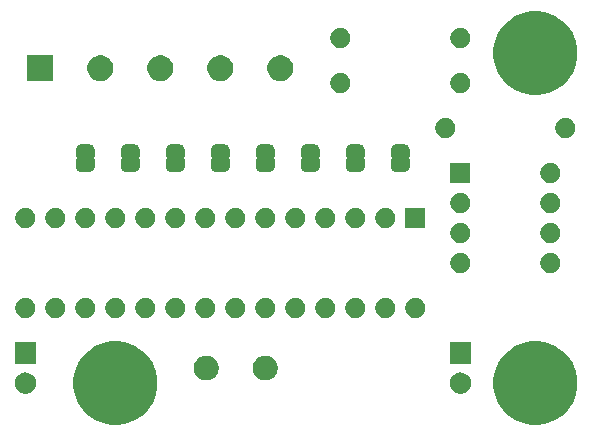
<source format=gbr>
G04 #@! TF.GenerationSoftware,KiCad,Pcbnew,(5.1.5)-3*
G04 #@! TF.CreationDate,2020-06-02T00:14:17+02:00*
G04 #@! TF.ProjectId,I2CMaster,4932434d-6173-4746-9572-2e6b69636164,rev?*
G04 #@! TF.SameCoordinates,Original*
G04 #@! TF.FileFunction,Soldermask,Top*
G04 #@! TF.FilePolarity,Negative*
%FSLAX46Y46*%
G04 Gerber Fmt 4.6, Leading zero omitted, Abs format (unit mm)*
G04 Created by KiCad (PCBNEW (5.1.5)-3) date 2020-06-02 00:14:17*
%MOMM*%
%LPD*%
G04 APERTURE LIST*
%ADD10C,0.100000*%
G04 APERTURE END LIST*
D10*
G36*
X365525787Y-259475462D02*
G01*
X365525790Y-259475463D01*
X365525789Y-259475463D01*
X366172029Y-259743144D01*
X366753631Y-260131758D01*
X367248242Y-260626369D01*
X367636856Y-261207971D01*
X367680541Y-261313436D01*
X367904538Y-261854213D01*
X368041000Y-262540256D01*
X368041000Y-263239744D01*
X367904538Y-263925787D01*
X367904537Y-263925789D01*
X367636856Y-264572029D01*
X367248242Y-265153631D01*
X366753631Y-265648242D01*
X366172029Y-266036856D01*
X365715068Y-266226135D01*
X365525787Y-266304538D01*
X364839744Y-266441000D01*
X364140256Y-266441000D01*
X363454213Y-266304538D01*
X363264932Y-266226135D01*
X362807971Y-266036856D01*
X362226369Y-265648242D01*
X361731758Y-265153631D01*
X361343144Y-264572029D01*
X361075463Y-263925789D01*
X361075462Y-263925787D01*
X360939000Y-263239744D01*
X360939000Y-262540256D01*
X361075462Y-261854213D01*
X361299459Y-261313436D01*
X361343144Y-261207971D01*
X361731758Y-260626369D01*
X362226369Y-260131758D01*
X362807971Y-259743144D01*
X363454211Y-259475463D01*
X363454210Y-259475463D01*
X363454213Y-259475462D01*
X364140256Y-259339000D01*
X364839744Y-259339000D01*
X365525787Y-259475462D01*
G37*
G36*
X329965787Y-259475462D02*
G01*
X329965790Y-259475463D01*
X329965789Y-259475463D01*
X330612029Y-259743144D01*
X331193631Y-260131758D01*
X331688242Y-260626369D01*
X332076856Y-261207971D01*
X332120541Y-261313436D01*
X332344538Y-261854213D01*
X332481000Y-262540256D01*
X332481000Y-263239744D01*
X332344538Y-263925787D01*
X332344537Y-263925789D01*
X332076856Y-264572029D01*
X331688242Y-265153631D01*
X331193631Y-265648242D01*
X330612029Y-266036856D01*
X330155068Y-266226135D01*
X329965787Y-266304538D01*
X329279744Y-266441000D01*
X328580256Y-266441000D01*
X327894213Y-266304538D01*
X327704932Y-266226135D01*
X327247971Y-266036856D01*
X326666369Y-265648242D01*
X326171758Y-265153631D01*
X325783144Y-264572029D01*
X325515463Y-263925789D01*
X325515462Y-263925787D01*
X325379000Y-263239744D01*
X325379000Y-262540256D01*
X325515462Y-261854213D01*
X325739459Y-261313436D01*
X325783144Y-261207971D01*
X326171758Y-260626369D01*
X326666369Y-260131758D01*
X327247971Y-259743144D01*
X327894211Y-259475463D01*
X327894210Y-259475463D01*
X327894213Y-259475462D01*
X328580256Y-259339000D01*
X329279744Y-259339000D01*
X329965787Y-259475462D01*
G37*
G36*
X321423512Y-261993927D02*
G01*
X321572812Y-262023624D01*
X321736784Y-262091544D01*
X321884354Y-262190147D01*
X322009853Y-262315646D01*
X322108456Y-262463216D01*
X322176376Y-262627188D01*
X322211000Y-262801259D01*
X322211000Y-262978741D01*
X322176376Y-263152812D01*
X322108456Y-263316784D01*
X322009853Y-263464354D01*
X321884354Y-263589853D01*
X321736784Y-263688456D01*
X321572812Y-263756376D01*
X321423512Y-263786073D01*
X321398742Y-263791000D01*
X321221258Y-263791000D01*
X321196488Y-263786073D01*
X321047188Y-263756376D01*
X320883216Y-263688456D01*
X320735646Y-263589853D01*
X320610147Y-263464354D01*
X320511544Y-263316784D01*
X320443624Y-263152812D01*
X320409000Y-262978741D01*
X320409000Y-262801259D01*
X320443624Y-262627188D01*
X320511544Y-262463216D01*
X320610147Y-262315646D01*
X320735646Y-262190147D01*
X320883216Y-262091544D01*
X321047188Y-262023624D01*
X321196488Y-261993927D01*
X321221258Y-261989000D01*
X321398742Y-261989000D01*
X321423512Y-261993927D01*
G37*
G36*
X358253512Y-261993927D02*
G01*
X358402812Y-262023624D01*
X358566784Y-262091544D01*
X358714354Y-262190147D01*
X358839853Y-262315646D01*
X358938456Y-262463216D01*
X359006376Y-262627188D01*
X359041000Y-262801259D01*
X359041000Y-262978741D01*
X359006376Y-263152812D01*
X358938456Y-263316784D01*
X358839853Y-263464354D01*
X358714354Y-263589853D01*
X358566784Y-263688456D01*
X358402812Y-263756376D01*
X358253512Y-263786073D01*
X358228742Y-263791000D01*
X358051258Y-263791000D01*
X358026488Y-263786073D01*
X357877188Y-263756376D01*
X357713216Y-263688456D01*
X357565646Y-263589853D01*
X357440147Y-263464354D01*
X357341544Y-263316784D01*
X357273624Y-263152812D01*
X357239000Y-262978741D01*
X357239000Y-262801259D01*
X357273624Y-262627188D01*
X357341544Y-262463216D01*
X357440147Y-262315646D01*
X357565646Y-262190147D01*
X357713216Y-262091544D01*
X357877188Y-262023624D01*
X358026488Y-261993927D01*
X358051258Y-261989000D01*
X358228742Y-261989000D01*
X358253512Y-261993927D01*
G37*
G36*
X336936564Y-260609389D02*
G01*
X337127833Y-260688615D01*
X337127835Y-260688616D01*
X337299973Y-260803635D01*
X337446365Y-260950027D01*
X337561385Y-261122167D01*
X337640611Y-261313436D01*
X337681000Y-261516484D01*
X337681000Y-261723516D01*
X337640611Y-261926564D01*
X337600407Y-262023625D01*
X337561384Y-262117835D01*
X337446365Y-262289973D01*
X337299973Y-262436365D01*
X337127835Y-262551384D01*
X337127834Y-262551385D01*
X337127833Y-262551385D01*
X336936564Y-262630611D01*
X336733516Y-262671000D01*
X336526484Y-262671000D01*
X336323436Y-262630611D01*
X336132167Y-262551385D01*
X336132166Y-262551385D01*
X336132165Y-262551384D01*
X335960027Y-262436365D01*
X335813635Y-262289973D01*
X335698616Y-262117835D01*
X335659593Y-262023625D01*
X335619389Y-261926564D01*
X335579000Y-261723516D01*
X335579000Y-261516484D01*
X335619389Y-261313436D01*
X335698615Y-261122167D01*
X335813635Y-260950027D01*
X335960027Y-260803635D01*
X336132165Y-260688616D01*
X336132167Y-260688615D01*
X336323436Y-260609389D01*
X336526484Y-260569000D01*
X336733516Y-260569000D01*
X336936564Y-260609389D01*
G37*
G36*
X341936564Y-260609389D02*
G01*
X342127833Y-260688615D01*
X342127835Y-260688616D01*
X342299973Y-260803635D01*
X342446365Y-260950027D01*
X342561385Y-261122167D01*
X342640611Y-261313436D01*
X342681000Y-261516484D01*
X342681000Y-261723516D01*
X342640611Y-261926564D01*
X342600407Y-262023625D01*
X342561384Y-262117835D01*
X342446365Y-262289973D01*
X342299973Y-262436365D01*
X342127835Y-262551384D01*
X342127834Y-262551385D01*
X342127833Y-262551385D01*
X341936564Y-262630611D01*
X341733516Y-262671000D01*
X341526484Y-262671000D01*
X341323436Y-262630611D01*
X341132167Y-262551385D01*
X341132166Y-262551385D01*
X341132165Y-262551384D01*
X340960027Y-262436365D01*
X340813635Y-262289973D01*
X340698616Y-262117835D01*
X340659593Y-262023625D01*
X340619389Y-261926564D01*
X340579000Y-261723516D01*
X340579000Y-261516484D01*
X340619389Y-261313436D01*
X340698615Y-261122167D01*
X340813635Y-260950027D01*
X340960027Y-260803635D01*
X341132165Y-260688616D01*
X341132167Y-260688615D01*
X341323436Y-260609389D01*
X341526484Y-260569000D01*
X341733516Y-260569000D01*
X341936564Y-260609389D01*
G37*
G36*
X322211000Y-261251000D02*
G01*
X320409000Y-261251000D01*
X320409000Y-259449000D01*
X322211000Y-259449000D01*
X322211000Y-261251000D01*
G37*
G36*
X359041000Y-261251000D02*
G01*
X357239000Y-261251000D01*
X357239000Y-259449000D01*
X359041000Y-259449000D01*
X359041000Y-261251000D01*
G37*
G36*
X331718228Y-255721703D02*
G01*
X331873100Y-255785853D01*
X332012481Y-255878985D01*
X332131015Y-255997519D01*
X332224147Y-256136900D01*
X332288297Y-256291772D01*
X332321000Y-256456184D01*
X332321000Y-256623816D01*
X332288297Y-256788228D01*
X332224147Y-256943100D01*
X332131015Y-257082481D01*
X332012481Y-257201015D01*
X331873100Y-257294147D01*
X331718228Y-257358297D01*
X331553816Y-257391000D01*
X331386184Y-257391000D01*
X331221772Y-257358297D01*
X331066900Y-257294147D01*
X330927519Y-257201015D01*
X330808985Y-257082481D01*
X330715853Y-256943100D01*
X330651703Y-256788228D01*
X330619000Y-256623816D01*
X330619000Y-256456184D01*
X330651703Y-256291772D01*
X330715853Y-256136900D01*
X330808985Y-255997519D01*
X330927519Y-255878985D01*
X331066900Y-255785853D01*
X331221772Y-255721703D01*
X331386184Y-255689000D01*
X331553816Y-255689000D01*
X331718228Y-255721703D01*
G37*
G36*
X321558228Y-255721703D02*
G01*
X321713100Y-255785853D01*
X321852481Y-255878985D01*
X321971015Y-255997519D01*
X322064147Y-256136900D01*
X322128297Y-256291772D01*
X322161000Y-256456184D01*
X322161000Y-256623816D01*
X322128297Y-256788228D01*
X322064147Y-256943100D01*
X321971015Y-257082481D01*
X321852481Y-257201015D01*
X321713100Y-257294147D01*
X321558228Y-257358297D01*
X321393816Y-257391000D01*
X321226184Y-257391000D01*
X321061772Y-257358297D01*
X320906900Y-257294147D01*
X320767519Y-257201015D01*
X320648985Y-257082481D01*
X320555853Y-256943100D01*
X320491703Y-256788228D01*
X320459000Y-256623816D01*
X320459000Y-256456184D01*
X320491703Y-256291772D01*
X320555853Y-256136900D01*
X320648985Y-255997519D01*
X320767519Y-255878985D01*
X320906900Y-255785853D01*
X321061772Y-255721703D01*
X321226184Y-255689000D01*
X321393816Y-255689000D01*
X321558228Y-255721703D01*
G37*
G36*
X324098228Y-255721703D02*
G01*
X324253100Y-255785853D01*
X324392481Y-255878985D01*
X324511015Y-255997519D01*
X324604147Y-256136900D01*
X324668297Y-256291772D01*
X324701000Y-256456184D01*
X324701000Y-256623816D01*
X324668297Y-256788228D01*
X324604147Y-256943100D01*
X324511015Y-257082481D01*
X324392481Y-257201015D01*
X324253100Y-257294147D01*
X324098228Y-257358297D01*
X323933816Y-257391000D01*
X323766184Y-257391000D01*
X323601772Y-257358297D01*
X323446900Y-257294147D01*
X323307519Y-257201015D01*
X323188985Y-257082481D01*
X323095853Y-256943100D01*
X323031703Y-256788228D01*
X322999000Y-256623816D01*
X322999000Y-256456184D01*
X323031703Y-256291772D01*
X323095853Y-256136900D01*
X323188985Y-255997519D01*
X323307519Y-255878985D01*
X323446900Y-255785853D01*
X323601772Y-255721703D01*
X323766184Y-255689000D01*
X323933816Y-255689000D01*
X324098228Y-255721703D01*
G37*
G36*
X326638228Y-255721703D02*
G01*
X326793100Y-255785853D01*
X326932481Y-255878985D01*
X327051015Y-255997519D01*
X327144147Y-256136900D01*
X327208297Y-256291772D01*
X327241000Y-256456184D01*
X327241000Y-256623816D01*
X327208297Y-256788228D01*
X327144147Y-256943100D01*
X327051015Y-257082481D01*
X326932481Y-257201015D01*
X326793100Y-257294147D01*
X326638228Y-257358297D01*
X326473816Y-257391000D01*
X326306184Y-257391000D01*
X326141772Y-257358297D01*
X325986900Y-257294147D01*
X325847519Y-257201015D01*
X325728985Y-257082481D01*
X325635853Y-256943100D01*
X325571703Y-256788228D01*
X325539000Y-256623816D01*
X325539000Y-256456184D01*
X325571703Y-256291772D01*
X325635853Y-256136900D01*
X325728985Y-255997519D01*
X325847519Y-255878985D01*
X325986900Y-255785853D01*
X326141772Y-255721703D01*
X326306184Y-255689000D01*
X326473816Y-255689000D01*
X326638228Y-255721703D01*
G37*
G36*
X329178228Y-255721703D02*
G01*
X329333100Y-255785853D01*
X329472481Y-255878985D01*
X329591015Y-255997519D01*
X329684147Y-256136900D01*
X329748297Y-256291772D01*
X329781000Y-256456184D01*
X329781000Y-256623816D01*
X329748297Y-256788228D01*
X329684147Y-256943100D01*
X329591015Y-257082481D01*
X329472481Y-257201015D01*
X329333100Y-257294147D01*
X329178228Y-257358297D01*
X329013816Y-257391000D01*
X328846184Y-257391000D01*
X328681772Y-257358297D01*
X328526900Y-257294147D01*
X328387519Y-257201015D01*
X328268985Y-257082481D01*
X328175853Y-256943100D01*
X328111703Y-256788228D01*
X328079000Y-256623816D01*
X328079000Y-256456184D01*
X328111703Y-256291772D01*
X328175853Y-256136900D01*
X328268985Y-255997519D01*
X328387519Y-255878985D01*
X328526900Y-255785853D01*
X328681772Y-255721703D01*
X328846184Y-255689000D01*
X329013816Y-255689000D01*
X329178228Y-255721703D01*
G37*
G36*
X334258228Y-255721703D02*
G01*
X334413100Y-255785853D01*
X334552481Y-255878985D01*
X334671015Y-255997519D01*
X334764147Y-256136900D01*
X334828297Y-256291772D01*
X334861000Y-256456184D01*
X334861000Y-256623816D01*
X334828297Y-256788228D01*
X334764147Y-256943100D01*
X334671015Y-257082481D01*
X334552481Y-257201015D01*
X334413100Y-257294147D01*
X334258228Y-257358297D01*
X334093816Y-257391000D01*
X333926184Y-257391000D01*
X333761772Y-257358297D01*
X333606900Y-257294147D01*
X333467519Y-257201015D01*
X333348985Y-257082481D01*
X333255853Y-256943100D01*
X333191703Y-256788228D01*
X333159000Y-256623816D01*
X333159000Y-256456184D01*
X333191703Y-256291772D01*
X333255853Y-256136900D01*
X333348985Y-255997519D01*
X333467519Y-255878985D01*
X333606900Y-255785853D01*
X333761772Y-255721703D01*
X333926184Y-255689000D01*
X334093816Y-255689000D01*
X334258228Y-255721703D01*
G37*
G36*
X336798228Y-255721703D02*
G01*
X336953100Y-255785853D01*
X337092481Y-255878985D01*
X337211015Y-255997519D01*
X337304147Y-256136900D01*
X337368297Y-256291772D01*
X337401000Y-256456184D01*
X337401000Y-256623816D01*
X337368297Y-256788228D01*
X337304147Y-256943100D01*
X337211015Y-257082481D01*
X337092481Y-257201015D01*
X336953100Y-257294147D01*
X336798228Y-257358297D01*
X336633816Y-257391000D01*
X336466184Y-257391000D01*
X336301772Y-257358297D01*
X336146900Y-257294147D01*
X336007519Y-257201015D01*
X335888985Y-257082481D01*
X335795853Y-256943100D01*
X335731703Y-256788228D01*
X335699000Y-256623816D01*
X335699000Y-256456184D01*
X335731703Y-256291772D01*
X335795853Y-256136900D01*
X335888985Y-255997519D01*
X336007519Y-255878985D01*
X336146900Y-255785853D01*
X336301772Y-255721703D01*
X336466184Y-255689000D01*
X336633816Y-255689000D01*
X336798228Y-255721703D01*
G37*
G36*
X341878228Y-255721703D02*
G01*
X342033100Y-255785853D01*
X342172481Y-255878985D01*
X342291015Y-255997519D01*
X342384147Y-256136900D01*
X342448297Y-256291772D01*
X342481000Y-256456184D01*
X342481000Y-256623816D01*
X342448297Y-256788228D01*
X342384147Y-256943100D01*
X342291015Y-257082481D01*
X342172481Y-257201015D01*
X342033100Y-257294147D01*
X341878228Y-257358297D01*
X341713816Y-257391000D01*
X341546184Y-257391000D01*
X341381772Y-257358297D01*
X341226900Y-257294147D01*
X341087519Y-257201015D01*
X340968985Y-257082481D01*
X340875853Y-256943100D01*
X340811703Y-256788228D01*
X340779000Y-256623816D01*
X340779000Y-256456184D01*
X340811703Y-256291772D01*
X340875853Y-256136900D01*
X340968985Y-255997519D01*
X341087519Y-255878985D01*
X341226900Y-255785853D01*
X341381772Y-255721703D01*
X341546184Y-255689000D01*
X341713816Y-255689000D01*
X341878228Y-255721703D01*
G37*
G36*
X344418228Y-255721703D02*
G01*
X344573100Y-255785853D01*
X344712481Y-255878985D01*
X344831015Y-255997519D01*
X344924147Y-256136900D01*
X344988297Y-256291772D01*
X345021000Y-256456184D01*
X345021000Y-256623816D01*
X344988297Y-256788228D01*
X344924147Y-256943100D01*
X344831015Y-257082481D01*
X344712481Y-257201015D01*
X344573100Y-257294147D01*
X344418228Y-257358297D01*
X344253816Y-257391000D01*
X344086184Y-257391000D01*
X343921772Y-257358297D01*
X343766900Y-257294147D01*
X343627519Y-257201015D01*
X343508985Y-257082481D01*
X343415853Y-256943100D01*
X343351703Y-256788228D01*
X343319000Y-256623816D01*
X343319000Y-256456184D01*
X343351703Y-256291772D01*
X343415853Y-256136900D01*
X343508985Y-255997519D01*
X343627519Y-255878985D01*
X343766900Y-255785853D01*
X343921772Y-255721703D01*
X344086184Y-255689000D01*
X344253816Y-255689000D01*
X344418228Y-255721703D01*
G37*
G36*
X349498228Y-255721703D02*
G01*
X349653100Y-255785853D01*
X349792481Y-255878985D01*
X349911015Y-255997519D01*
X350004147Y-256136900D01*
X350068297Y-256291772D01*
X350101000Y-256456184D01*
X350101000Y-256623816D01*
X350068297Y-256788228D01*
X350004147Y-256943100D01*
X349911015Y-257082481D01*
X349792481Y-257201015D01*
X349653100Y-257294147D01*
X349498228Y-257358297D01*
X349333816Y-257391000D01*
X349166184Y-257391000D01*
X349001772Y-257358297D01*
X348846900Y-257294147D01*
X348707519Y-257201015D01*
X348588985Y-257082481D01*
X348495853Y-256943100D01*
X348431703Y-256788228D01*
X348399000Y-256623816D01*
X348399000Y-256456184D01*
X348431703Y-256291772D01*
X348495853Y-256136900D01*
X348588985Y-255997519D01*
X348707519Y-255878985D01*
X348846900Y-255785853D01*
X349001772Y-255721703D01*
X349166184Y-255689000D01*
X349333816Y-255689000D01*
X349498228Y-255721703D01*
G37*
G36*
X354578228Y-255721703D02*
G01*
X354733100Y-255785853D01*
X354872481Y-255878985D01*
X354991015Y-255997519D01*
X355084147Y-256136900D01*
X355148297Y-256291772D01*
X355181000Y-256456184D01*
X355181000Y-256623816D01*
X355148297Y-256788228D01*
X355084147Y-256943100D01*
X354991015Y-257082481D01*
X354872481Y-257201015D01*
X354733100Y-257294147D01*
X354578228Y-257358297D01*
X354413816Y-257391000D01*
X354246184Y-257391000D01*
X354081772Y-257358297D01*
X353926900Y-257294147D01*
X353787519Y-257201015D01*
X353668985Y-257082481D01*
X353575853Y-256943100D01*
X353511703Y-256788228D01*
X353479000Y-256623816D01*
X353479000Y-256456184D01*
X353511703Y-256291772D01*
X353575853Y-256136900D01*
X353668985Y-255997519D01*
X353787519Y-255878985D01*
X353926900Y-255785853D01*
X354081772Y-255721703D01*
X354246184Y-255689000D01*
X354413816Y-255689000D01*
X354578228Y-255721703D01*
G37*
G36*
X346958228Y-255721703D02*
G01*
X347113100Y-255785853D01*
X347252481Y-255878985D01*
X347371015Y-255997519D01*
X347464147Y-256136900D01*
X347528297Y-256291772D01*
X347561000Y-256456184D01*
X347561000Y-256623816D01*
X347528297Y-256788228D01*
X347464147Y-256943100D01*
X347371015Y-257082481D01*
X347252481Y-257201015D01*
X347113100Y-257294147D01*
X346958228Y-257358297D01*
X346793816Y-257391000D01*
X346626184Y-257391000D01*
X346461772Y-257358297D01*
X346306900Y-257294147D01*
X346167519Y-257201015D01*
X346048985Y-257082481D01*
X345955853Y-256943100D01*
X345891703Y-256788228D01*
X345859000Y-256623816D01*
X345859000Y-256456184D01*
X345891703Y-256291772D01*
X345955853Y-256136900D01*
X346048985Y-255997519D01*
X346167519Y-255878985D01*
X346306900Y-255785853D01*
X346461772Y-255721703D01*
X346626184Y-255689000D01*
X346793816Y-255689000D01*
X346958228Y-255721703D01*
G37*
G36*
X352038228Y-255721703D02*
G01*
X352193100Y-255785853D01*
X352332481Y-255878985D01*
X352451015Y-255997519D01*
X352544147Y-256136900D01*
X352608297Y-256291772D01*
X352641000Y-256456184D01*
X352641000Y-256623816D01*
X352608297Y-256788228D01*
X352544147Y-256943100D01*
X352451015Y-257082481D01*
X352332481Y-257201015D01*
X352193100Y-257294147D01*
X352038228Y-257358297D01*
X351873816Y-257391000D01*
X351706184Y-257391000D01*
X351541772Y-257358297D01*
X351386900Y-257294147D01*
X351247519Y-257201015D01*
X351128985Y-257082481D01*
X351035853Y-256943100D01*
X350971703Y-256788228D01*
X350939000Y-256623816D01*
X350939000Y-256456184D01*
X350971703Y-256291772D01*
X351035853Y-256136900D01*
X351128985Y-255997519D01*
X351247519Y-255878985D01*
X351386900Y-255785853D01*
X351541772Y-255721703D01*
X351706184Y-255689000D01*
X351873816Y-255689000D01*
X352038228Y-255721703D01*
G37*
G36*
X339338228Y-255721703D02*
G01*
X339493100Y-255785853D01*
X339632481Y-255878985D01*
X339751015Y-255997519D01*
X339844147Y-256136900D01*
X339908297Y-256291772D01*
X339941000Y-256456184D01*
X339941000Y-256623816D01*
X339908297Y-256788228D01*
X339844147Y-256943100D01*
X339751015Y-257082481D01*
X339632481Y-257201015D01*
X339493100Y-257294147D01*
X339338228Y-257358297D01*
X339173816Y-257391000D01*
X339006184Y-257391000D01*
X338841772Y-257358297D01*
X338686900Y-257294147D01*
X338547519Y-257201015D01*
X338428985Y-257082481D01*
X338335853Y-256943100D01*
X338271703Y-256788228D01*
X338239000Y-256623816D01*
X338239000Y-256456184D01*
X338271703Y-256291772D01*
X338335853Y-256136900D01*
X338428985Y-255997519D01*
X338547519Y-255878985D01*
X338686900Y-255785853D01*
X338841772Y-255721703D01*
X339006184Y-255689000D01*
X339173816Y-255689000D01*
X339338228Y-255721703D01*
G37*
G36*
X366008228Y-251911703D02*
G01*
X366163100Y-251975853D01*
X366302481Y-252068985D01*
X366421015Y-252187519D01*
X366514147Y-252326900D01*
X366578297Y-252481772D01*
X366611000Y-252646184D01*
X366611000Y-252813816D01*
X366578297Y-252978228D01*
X366514147Y-253133100D01*
X366421015Y-253272481D01*
X366302481Y-253391015D01*
X366163100Y-253484147D01*
X366008228Y-253548297D01*
X365843816Y-253581000D01*
X365676184Y-253581000D01*
X365511772Y-253548297D01*
X365356900Y-253484147D01*
X365217519Y-253391015D01*
X365098985Y-253272481D01*
X365005853Y-253133100D01*
X364941703Y-252978228D01*
X364909000Y-252813816D01*
X364909000Y-252646184D01*
X364941703Y-252481772D01*
X365005853Y-252326900D01*
X365098985Y-252187519D01*
X365217519Y-252068985D01*
X365356900Y-251975853D01*
X365511772Y-251911703D01*
X365676184Y-251879000D01*
X365843816Y-251879000D01*
X366008228Y-251911703D01*
G37*
G36*
X358388228Y-251911703D02*
G01*
X358543100Y-251975853D01*
X358682481Y-252068985D01*
X358801015Y-252187519D01*
X358894147Y-252326900D01*
X358958297Y-252481772D01*
X358991000Y-252646184D01*
X358991000Y-252813816D01*
X358958297Y-252978228D01*
X358894147Y-253133100D01*
X358801015Y-253272481D01*
X358682481Y-253391015D01*
X358543100Y-253484147D01*
X358388228Y-253548297D01*
X358223816Y-253581000D01*
X358056184Y-253581000D01*
X357891772Y-253548297D01*
X357736900Y-253484147D01*
X357597519Y-253391015D01*
X357478985Y-253272481D01*
X357385853Y-253133100D01*
X357321703Y-252978228D01*
X357289000Y-252813816D01*
X357289000Y-252646184D01*
X357321703Y-252481772D01*
X357385853Y-252326900D01*
X357478985Y-252187519D01*
X357597519Y-252068985D01*
X357736900Y-251975853D01*
X357891772Y-251911703D01*
X358056184Y-251879000D01*
X358223816Y-251879000D01*
X358388228Y-251911703D01*
G37*
G36*
X358388228Y-249371703D02*
G01*
X358543100Y-249435853D01*
X358682481Y-249528985D01*
X358801015Y-249647519D01*
X358894147Y-249786900D01*
X358958297Y-249941772D01*
X358991000Y-250106184D01*
X358991000Y-250273816D01*
X358958297Y-250438228D01*
X358894147Y-250593100D01*
X358801015Y-250732481D01*
X358682481Y-250851015D01*
X358543100Y-250944147D01*
X358388228Y-251008297D01*
X358223816Y-251041000D01*
X358056184Y-251041000D01*
X357891772Y-251008297D01*
X357736900Y-250944147D01*
X357597519Y-250851015D01*
X357478985Y-250732481D01*
X357385853Y-250593100D01*
X357321703Y-250438228D01*
X357289000Y-250273816D01*
X357289000Y-250106184D01*
X357321703Y-249941772D01*
X357385853Y-249786900D01*
X357478985Y-249647519D01*
X357597519Y-249528985D01*
X357736900Y-249435853D01*
X357891772Y-249371703D01*
X358056184Y-249339000D01*
X358223816Y-249339000D01*
X358388228Y-249371703D01*
G37*
G36*
X366008228Y-249371703D02*
G01*
X366163100Y-249435853D01*
X366302481Y-249528985D01*
X366421015Y-249647519D01*
X366514147Y-249786900D01*
X366578297Y-249941772D01*
X366611000Y-250106184D01*
X366611000Y-250273816D01*
X366578297Y-250438228D01*
X366514147Y-250593100D01*
X366421015Y-250732481D01*
X366302481Y-250851015D01*
X366163100Y-250944147D01*
X366008228Y-251008297D01*
X365843816Y-251041000D01*
X365676184Y-251041000D01*
X365511772Y-251008297D01*
X365356900Y-250944147D01*
X365217519Y-250851015D01*
X365098985Y-250732481D01*
X365005853Y-250593100D01*
X364941703Y-250438228D01*
X364909000Y-250273816D01*
X364909000Y-250106184D01*
X364941703Y-249941772D01*
X365005853Y-249786900D01*
X365098985Y-249647519D01*
X365217519Y-249528985D01*
X365356900Y-249435853D01*
X365511772Y-249371703D01*
X365676184Y-249339000D01*
X365843816Y-249339000D01*
X366008228Y-249371703D01*
G37*
G36*
X346958228Y-248101703D02*
G01*
X347113100Y-248165853D01*
X347252481Y-248258985D01*
X347371015Y-248377519D01*
X347464147Y-248516900D01*
X347528297Y-248671772D01*
X347561000Y-248836184D01*
X347561000Y-249003816D01*
X347528297Y-249168228D01*
X347464147Y-249323100D01*
X347371015Y-249462481D01*
X347252481Y-249581015D01*
X347113100Y-249674147D01*
X346958228Y-249738297D01*
X346793816Y-249771000D01*
X346626184Y-249771000D01*
X346461772Y-249738297D01*
X346306900Y-249674147D01*
X346167519Y-249581015D01*
X346048985Y-249462481D01*
X345955853Y-249323100D01*
X345891703Y-249168228D01*
X345859000Y-249003816D01*
X345859000Y-248836184D01*
X345891703Y-248671772D01*
X345955853Y-248516900D01*
X346048985Y-248377519D01*
X346167519Y-248258985D01*
X346306900Y-248165853D01*
X346461772Y-248101703D01*
X346626184Y-248069000D01*
X346793816Y-248069000D01*
X346958228Y-248101703D01*
G37*
G36*
X344418228Y-248101703D02*
G01*
X344573100Y-248165853D01*
X344712481Y-248258985D01*
X344831015Y-248377519D01*
X344924147Y-248516900D01*
X344988297Y-248671772D01*
X345021000Y-248836184D01*
X345021000Y-249003816D01*
X344988297Y-249168228D01*
X344924147Y-249323100D01*
X344831015Y-249462481D01*
X344712481Y-249581015D01*
X344573100Y-249674147D01*
X344418228Y-249738297D01*
X344253816Y-249771000D01*
X344086184Y-249771000D01*
X343921772Y-249738297D01*
X343766900Y-249674147D01*
X343627519Y-249581015D01*
X343508985Y-249462481D01*
X343415853Y-249323100D01*
X343351703Y-249168228D01*
X343319000Y-249003816D01*
X343319000Y-248836184D01*
X343351703Y-248671772D01*
X343415853Y-248516900D01*
X343508985Y-248377519D01*
X343627519Y-248258985D01*
X343766900Y-248165853D01*
X343921772Y-248101703D01*
X344086184Y-248069000D01*
X344253816Y-248069000D01*
X344418228Y-248101703D01*
G37*
G36*
X341878228Y-248101703D02*
G01*
X342033100Y-248165853D01*
X342172481Y-248258985D01*
X342291015Y-248377519D01*
X342384147Y-248516900D01*
X342448297Y-248671772D01*
X342481000Y-248836184D01*
X342481000Y-249003816D01*
X342448297Y-249168228D01*
X342384147Y-249323100D01*
X342291015Y-249462481D01*
X342172481Y-249581015D01*
X342033100Y-249674147D01*
X341878228Y-249738297D01*
X341713816Y-249771000D01*
X341546184Y-249771000D01*
X341381772Y-249738297D01*
X341226900Y-249674147D01*
X341087519Y-249581015D01*
X340968985Y-249462481D01*
X340875853Y-249323100D01*
X340811703Y-249168228D01*
X340779000Y-249003816D01*
X340779000Y-248836184D01*
X340811703Y-248671772D01*
X340875853Y-248516900D01*
X340968985Y-248377519D01*
X341087519Y-248258985D01*
X341226900Y-248165853D01*
X341381772Y-248101703D01*
X341546184Y-248069000D01*
X341713816Y-248069000D01*
X341878228Y-248101703D01*
G37*
G36*
X339338228Y-248101703D02*
G01*
X339493100Y-248165853D01*
X339632481Y-248258985D01*
X339751015Y-248377519D01*
X339844147Y-248516900D01*
X339908297Y-248671772D01*
X339941000Y-248836184D01*
X339941000Y-249003816D01*
X339908297Y-249168228D01*
X339844147Y-249323100D01*
X339751015Y-249462481D01*
X339632481Y-249581015D01*
X339493100Y-249674147D01*
X339338228Y-249738297D01*
X339173816Y-249771000D01*
X339006184Y-249771000D01*
X338841772Y-249738297D01*
X338686900Y-249674147D01*
X338547519Y-249581015D01*
X338428985Y-249462481D01*
X338335853Y-249323100D01*
X338271703Y-249168228D01*
X338239000Y-249003816D01*
X338239000Y-248836184D01*
X338271703Y-248671772D01*
X338335853Y-248516900D01*
X338428985Y-248377519D01*
X338547519Y-248258985D01*
X338686900Y-248165853D01*
X338841772Y-248101703D01*
X339006184Y-248069000D01*
X339173816Y-248069000D01*
X339338228Y-248101703D01*
G37*
G36*
X334258228Y-248101703D02*
G01*
X334413100Y-248165853D01*
X334552481Y-248258985D01*
X334671015Y-248377519D01*
X334764147Y-248516900D01*
X334828297Y-248671772D01*
X334861000Y-248836184D01*
X334861000Y-249003816D01*
X334828297Y-249168228D01*
X334764147Y-249323100D01*
X334671015Y-249462481D01*
X334552481Y-249581015D01*
X334413100Y-249674147D01*
X334258228Y-249738297D01*
X334093816Y-249771000D01*
X333926184Y-249771000D01*
X333761772Y-249738297D01*
X333606900Y-249674147D01*
X333467519Y-249581015D01*
X333348985Y-249462481D01*
X333255853Y-249323100D01*
X333191703Y-249168228D01*
X333159000Y-249003816D01*
X333159000Y-248836184D01*
X333191703Y-248671772D01*
X333255853Y-248516900D01*
X333348985Y-248377519D01*
X333467519Y-248258985D01*
X333606900Y-248165853D01*
X333761772Y-248101703D01*
X333926184Y-248069000D01*
X334093816Y-248069000D01*
X334258228Y-248101703D01*
G37*
G36*
X324098228Y-248101703D02*
G01*
X324253100Y-248165853D01*
X324392481Y-248258985D01*
X324511015Y-248377519D01*
X324604147Y-248516900D01*
X324668297Y-248671772D01*
X324701000Y-248836184D01*
X324701000Y-249003816D01*
X324668297Y-249168228D01*
X324604147Y-249323100D01*
X324511015Y-249462481D01*
X324392481Y-249581015D01*
X324253100Y-249674147D01*
X324098228Y-249738297D01*
X323933816Y-249771000D01*
X323766184Y-249771000D01*
X323601772Y-249738297D01*
X323446900Y-249674147D01*
X323307519Y-249581015D01*
X323188985Y-249462481D01*
X323095853Y-249323100D01*
X323031703Y-249168228D01*
X322999000Y-249003816D01*
X322999000Y-248836184D01*
X323031703Y-248671772D01*
X323095853Y-248516900D01*
X323188985Y-248377519D01*
X323307519Y-248258985D01*
X323446900Y-248165853D01*
X323601772Y-248101703D01*
X323766184Y-248069000D01*
X323933816Y-248069000D01*
X324098228Y-248101703D01*
G37*
G36*
X329178228Y-248101703D02*
G01*
X329333100Y-248165853D01*
X329472481Y-248258985D01*
X329591015Y-248377519D01*
X329684147Y-248516900D01*
X329748297Y-248671772D01*
X329781000Y-248836184D01*
X329781000Y-249003816D01*
X329748297Y-249168228D01*
X329684147Y-249323100D01*
X329591015Y-249462481D01*
X329472481Y-249581015D01*
X329333100Y-249674147D01*
X329178228Y-249738297D01*
X329013816Y-249771000D01*
X328846184Y-249771000D01*
X328681772Y-249738297D01*
X328526900Y-249674147D01*
X328387519Y-249581015D01*
X328268985Y-249462481D01*
X328175853Y-249323100D01*
X328111703Y-249168228D01*
X328079000Y-249003816D01*
X328079000Y-248836184D01*
X328111703Y-248671772D01*
X328175853Y-248516900D01*
X328268985Y-248377519D01*
X328387519Y-248258985D01*
X328526900Y-248165853D01*
X328681772Y-248101703D01*
X328846184Y-248069000D01*
X329013816Y-248069000D01*
X329178228Y-248101703D01*
G37*
G36*
X326638228Y-248101703D02*
G01*
X326793100Y-248165853D01*
X326932481Y-248258985D01*
X327051015Y-248377519D01*
X327144147Y-248516900D01*
X327208297Y-248671772D01*
X327241000Y-248836184D01*
X327241000Y-249003816D01*
X327208297Y-249168228D01*
X327144147Y-249323100D01*
X327051015Y-249462481D01*
X326932481Y-249581015D01*
X326793100Y-249674147D01*
X326638228Y-249738297D01*
X326473816Y-249771000D01*
X326306184Y-249771000D01*
X326141772Y-249738297D01*
X325986900Y-249674147D01*
X325847519Y-249581015D01*
X325728985Y-249462481D01*
X325635853Y-249323100D01*
X325571703Y-249168228D01*
X325539000Y-249003816D01*
X325539000Y-248836184D01*
X325571703Y-248671772D01*
X325635853Y-248516900D01*
X325728985Y-248377519D01*
X325847519Y-248258985D01*
X325986900Y-248165853D01*
X326141772Y-248101703D01*
X326306184Y-248069000D01*
X326473816Y-248069000D01*
X326638228Y-248101703D01*
G37*
G36*
X352038228Y-248101703D02*
G01*
X352193100Y-248165853D01*
X352332481Y-248258985D01*
X352451015Y-248377519D01*
X352544147Y-248516900D01*
X352608297Y-248671772D01*
X352641000Y-248836184D01*
X352641000Y-249003816D01*
X352608297Y-249168228D01*
X352544147Y-249323100D01*
X352451015Y-249462481D01*
X352332481Y-249581015D01*
X352193100Y-249674147D01*
X352038228Y-249738297D01*
X351873816Y-249771000D01*
X351706184Y-249771000D01*
X351541772Y-249738297D01*
X351386900Y-249674147D01*
X351247519Y-249581015D01*
X351128985Y-249462481D01*
X351035853Y-249323100D01*
X350971703Y-249168228D01*
X350939000Y-249003816D01*
X350939000Y-248836184D01*
X350971703Y-248671772D01*
X351035853Y-248516900D01*
X351128985Y-248377519D01*
X351247519Y-248258985D01*
X351386900Y-248165853D01*
X351541772Y-248101703D01*
X351706184Y-248069000D01*
X351873816Y-248069000D01*
X352038228Y-248101703D01*
G37*
G36*
X336798228Y-248101703D02*
G01*
X336953100Y-248165853D01*
X337092481Y-248258985D01*
X337211015Y-248377519D01*
X337304147Y-248516900D01*
X337368297Y-248671772D01*
X337401000Y-248836184D01*
X337401000Y-249003816D01*
X337368297Y-249168228D01*
X337304147Y-249323100D01*
X337211015Y-249462481D01*
X337092481Y-249581015D01*
X336953100Y-249674147D01*
X336798228Y-249738297D01*
X336633816Y-249771000D01*
X336466184Y-249771000D01*
X336301772Y-249738297D01*
X336146900Y-249674147D01*
X336007519Y-249581015D01*
X335888985Y-249462481D01*
X335795853Y-249323100D01*
X335731703Y-249168228D01*
X335699000Y-249003816D01*
X335699000Y-248836184D01*
X335731703Y-248671772D01*
X335795853Y-248516900D01*
X335888985Y-248377519D01*
X336007519Y-248258985D01*
X336146900Y-248165853D01*
X336301772Y-248101703D01*
X336466184Y-248069000D01*
X336633816Y-248069000D01*
X336798228Y-248101703D01*
G37*
G36*
X321558228Y-248101703D02*
G01*
X321713100Y-248165853D01*
X321852481Y-248258985D01*
X321971015Y-248377519D01*
X322064147Y-248516900D01*
X322128297Y-248671772D01*
X322161000Y-248836184D01*
X322161000Y-249003816D01*
X322128297Y-249168228D01*
X322064147Y-249323100D01*
X321971015Y-249462481D01*
X321852481Y-249581015D01*
X321713100Y-249674147D01*
X321558228Y-249738297D01*
X321393816Y-249771000D01*
X321226184Y-249771000D01*
X321061772Y-249738297D01*
X320906900Y-249674147D01*
X320767519Y-249581015D01*
X320648985Y-249462481D01*
X320555853Y-249323100D01*
X320491703Y-249168228D01*
X320459000Y-249003816D01*
X320459000Y-248836184D01*
X320491703Y-248671772D01*
X320555853Y-248516900D01*
X320648985Y-248377519D01*
X320767519Y-248258985D01*
X320906900Y-248165853D01*
X321061772Y-248101703D01*
X321226184Y-248069000D01*
X321393816Y-248069000D01*
X321558228Y-248101703D01*
G37*
G36*
X355181000Y-249771000D02*
G01*
X353479000Y-249771000D01*
X353479000Y-248069000D01*
X355181000Y-248069000D01*
X355181000Y-249771000D01*
G37*
G36*
X349498228Y-248101703D02*
G01*
X349653100Y-248165853D01*
X349792481Y-248258985D01*
X349911015Y-248377519D01*
X350004147Y-248516900D01*
X350068297Y-248671772D01*
X350101000Y-248836184D01*
X350101000Y-249003816D01*
X350068297Y-249168228D01*
X350004147Y-249323100D01*
X349911015Y-249462481D01*
X349792481Y-249581015D01*
X349653100Y-249674147D01*
X349498228Y-249738297D01*
X349333816Y-249771000D01*
X349166184Y-249771000D01*
X349001772Y-249738297D01*
X348846900Y-249674147D01*
X348707519Y-249581015D01*
X348588985Y-249462481D01*
X348495853Y-249323100D01*
X348431703Y-249168228D01*
X348399000Y-249003816D01*
X348399000Y-248836184D01*
X348431703Y-248671772D01*
X348495853Y-248516900D01*
X348588985Y-248377519D01*
X348707519Y-248258985D01*
X348846900Y-248165853D01*
X349001772Y-248101703D01*
X349166184Y-248069000D01*
X349333816Y-248069000D01*
X349498228Y-248101703D01*
G37*
G36*
X331718228Y-248101703D02*
G01*
X331873100Y-248165853D01*
X332012481Y-248258985D01*
X332131015Y-248377519D01*
X332224147Y-248516900D01*
X332288297Y-248671772D01*
X332321000Y-248836184D01*
X332321000Y-249003816D01*
X332288297Y-249168228D01*
X332224147Y-249323100D01*
X332131015Y-249462481D01*
X332012481Y-249581015D01*
X331873100Y-249674147D01*
X331718228Y-249738297D01*
X331553816Y-249771000D01*
X331386184Y-249771000D01*
X331221772Y-249738297D01*
X331066900Y-249674147D01*
X330927519Y-249581015D01*
X330808985Y-249462481D01*
X330715853Y-249323100D01*
X330651703Y-249168228D01*
X330619000Y-249003816D01*
X330619000Y-248836184D01*
X330651703Y-248671772D01*
X330715853Y-248516900D01*
X330808985Y-248377519D01*
X330927519Y-248258985D01*
X331066900Y-248165853D01*
X331221772Y-248101703D01*
X331386184Y-248069000D01*
X331553816Y-248069000D01*
X331718228Y-248101703D01*
G37*
G36*
X366008228Y-246831703D02*
G01*
X366163100Y-246895853D01*
X366302481Y-246988985D01*
X366421015Y-247107519D01*
X366514147Y-247246900D01*
X366578297Y-247401772D01*
X366611000Y-247566184D01*
X366611000Y-247733816D01*
X366578297Y-247898228D01*
X366514147Y-248053100D01*
X366421015Y-248192481D01*
X366302481Y-248311015D01*
X366163100Y-248404147D01*
X366008228Y-248468297D01*
X365843816Y-248501000D01*
X365676184Y-248501000D01*
X365511772Y-248468297D01*
X365356900Y-248404147D01*
X365217519Y-248311015D01*
X365098985Y-248192481D01*
X365005853Y-248053100D01*
X364941703Y-247898228D01*
X364909000Y-247733816D01*
X364909000Y-247566184D01*
X364941703Y-247401772D01*
X365005853Y-247246900D01*
X365098985Y-247107519D01*
X365217519Y-246988985D01*
X365356900Y-246895853D01*
X365511772Y-246831703D01*
X365676184Y-246799000D01*
X365843816Y-246799000D01*
X366008228Y-246831703D01*
G37*
G36*
X358388228Y-246831703D02*
G01*
X358543100Y-246895853D01*
X358682481Y-246988985D01*
X358801015Y-247107519D01*
X358894147Y-247246900D01*
X358958297Y-247401772D01*
X358991000Y-247566184D01*
X358991000Y-247733816D01*
X358958297Y-247898228D01*
X358894147Y-248053100D01*
X358801015Y-248192481D01*
X358682481Y-248311015D01*
X358543100Y-248404147D01*
X358388228Y-248468297D01*
X358223816Y-248501000D01*
X358056184Y-248501000D01*
X357891772Y-248468297D01*
X357736900Y-248404147D01*
X357597519Y-248311015D01*
X357478985Y-248192481D01*
X357385853Y-248053100D01*
X357321703Y-247898228D01*
X357289000Y-247733816D01*
X357289000Y-247566184D01*
X357321703Y-247401772D01*
X357385853Y-247246900D01*
X357478985Y-247107519D01*
X357597519Y-246988985D01*
X357736900Y-246895853D01*
X357891772Y-246831703D01*
X358056184Y-246799000D01*
X358223816Y-246799000D01*
X358388228Y-246831703D01*
G37*
G36*
X358991000Y-245961000D02*
G01*
X357289000Y-245961000D01*
X357289000Y-244259000D01*
X358991000Y-244259000D01*
X358991000Y-245961000D01*
G37*
G36*
X366008228Y-244291703D02*
G01*
X366163100Y-244355853D01*
X366302481Y-244448985D01*
X366421015Y-244567519D01*
X366514147Y-244706900D01*
X366578297Y-244861772D01*
X366611000Y-245026184D01*
X366611000Y-245193816D01*
X366578297Y-245358228D01*
X366514147Y-245513100D01*
X366421015Y-245652481D01*
X366302481Y-245771015D01*
X366163100Y-245864147D01*
X366008228Y-245928297D01*
X365843816Y-245961000D01*
X365676184Y-245961000D01*
X365511772Y-245928297D01*
X365356900Y-245864147D01*
X365217519Y-245771015D01*
X365098985Y-245652481D01*
X365005853Y-245513100D01*
X364941703Y-245358228D01*
X364909000Y-245193816D01*
X364909000Y-245026184D01*
X364941703Y-244861772D01*
X365005853Y-244706900D01*
X365098985Y-244567519D01*
X365217519Y-244448985D01*
X365356900Y-244355853D01*
X365511772Y-244291703D01*
X365676184Y-244259000D01*
X365843816Y-244259000D01*
X366008228Y-244291703D01*
G37*
G36*
X341892199Y-242639954D02*
G01*
X341904450Y-242640556D01*
X341922869Y-242640556D01*
X341945149Y-242642750D01*
X342029233Y-242659476D01*
X342050660Y-242665976D01*
X342129858Y-242698780D01*
X342135303Y-242701691D01*
X342135309Y-242701693D01*
X342144169Y-242706429D01*
X342144173Y-242706432D01*
X342149614Y-242709340D01*
X342220899Y-242756971D01*
X342238204Y-242771172D01*
X342298828Y-242831796D01*
X342313029Y-242849101D01*
X342360660Y-242920386D01*
X342363568Y-242925827D01*
X342363571Y-242925831D01*
X342368307Y-242934691D01*
X342368309Y-242934697D01*
X342371220Y-242940142D01*
X342404024Y-243019340D01*
X342410524Y-243040767D01*
X342427250Y-243124851D01*
X342429444Y-243147131D01*
X342429444Y-243165550D01*
X342430046Y-243177801D01*
X342431852Y-243196139D01*
X342431852Y-243683860D01*
X342430263Y-243699999D01*
X342427348Y-243709608D01*
X342422610Y-243718472D01*
X342416237Y-243726237D01*
X342403794Y-243736448D01*
X342393425Y-243743378D01*
X342376098Y-243760705D01*
X342362485Y-243781080D01*
X342353109Y-243803720D01*
X342348329Y-243827753D01*
X342348330Y-243852257D01*
X342353112Y-243876290D01*
X342362490Y-243898929D01*
X342376105Y-243919302D01*
X342393432Y-243936629D01*
X342403802Y-243943558D01*
X342416237Y-243953763D01*
X342422610Y-243961528D01*
X342427348Y-243970392D01*
X342430263Y-243980001D01*
X342431852Y-243996140D01*
X342431852Y-244483862D01*
X342430046Y-244502199D01*
X342429444Y-244514450D01*
X342429444Y-244532869D01*
X342427250Y-244555149D01*
X342410524Y-244639233D01*
X342404024Y-244660660D01*
X342371220Y-244739858D01*
X342368309Y-244745303D01*
X342368307Y-244745309D01*
X342363571Y-244754169D01*
X342363568Y-244754173D01*
X342360660Y-244759614D01*
X342313029Y-244830899D01*
X342298828Y-244848204D01*
X342238204Y-244908828D01*
X342220899Y-244923029D01*
X342149614Y-244970660D01*
X342144173Y-244973568D01*
X342144169Y-244973571D01*
X342135309Y-244978307D01*
X342135303Y-244978309D01*
X342129858Y-244981220D01*
X342050660Y-245014024D01*
X342029233Y-245020524D01*
X341945149Y-245037250D01*
X341922869Y-245039444D01*
X341904450Y-245039444D01*
X341892199Y-245040046D01*
X341873862Y-245041852D01*
X341386138Y-245041852D01*
X341367801Y-245040046D01*
X341355550Y-245039444D01*
X341337131Y-245039444D01*
X341314851Y-245037250D01*
X341230767Y-245020524D01*
X341209340Y-245014024D01*
X341130142Y-244981220D01*
X341124697Y-244978309D01*
X341124691Y-244978307D01*
X341115831Y-244973571D01*
X341115827Y-244973568D01*
X341110386Y-244970660D01*
X341039101Y-244923029D01*
X341021796Y-244908828D01*
X340961172Y-244848204D01*
X340946971Y-244830899D01*
X340899340Y-244759614D01*
X340896432Y-244754173D01*
X340896429Y-244754169D01*
X340891693Y-244745309D01*
X340891691Y-244745303D01*
X340888780Y-244739858D01*
X340855976Y-244660660D01*
X340849476Y-244639233D01*
X340832750Y-244555149D01*
X340830556Y-244532869D01*
X340830556Y-244514450D01*
X340829954Y-244502199D01*
X340828148Y-244483862D01*
X340828148Y-243996140D01*
X340829737Y-243980001D01*
X340832652Y-243970392D01*
X340837390Y-243961528D01*
X340843763Y-243953763D01*
X340856206Y-243943552D01*
X340866575Y-243936622D01*
X340883902Y-243919295D01*
X340897515Y-243898920D01*
X340906891Y-243876280D01*
X340911671Y-243852247D01*
X340911670Y-243827743D01*
X340906888Y-243803710D01*
X340897510Y-243781071D01*
X340883895Y-243760698D01*
X340866568Y-243743371D01*
X340856198Y-243736442D01*
X340843763Y-243726237D01*
X340837390Y-243718472D01*
X340832652Y-243709608D01*
X340829737Y-243699999D01*
X340828148Y-243683860D01*
X340828148Y-243196139D01*
X340829954Y-243177801D01*
X340830556Y-243165550D01*
X340830556Y-243147131D01*
X340832750Y-243124851D01*
X340849476Y-243040767D01*
X340855976Y-243019340D01*
X340888780Y-242940142D01*
X340891691Y-242934697D01*
X340891693Y-242934691D01*
X340896429Y-242925831D01*
X340896432Y-242925827D01*
X340899340Y-242920386D01*
X340946971Y-242849101D01*
X340961172Y-242831796D01*
X341021796Y-242771172D01*
X341039101Y-242756971D01*
X341110386Y-242709340D01*
X341115827Y-242706432D01*
X341115831Y-242706429D01*
X341124691Y-242701693D01*
X341124697Y-242701691D01*
X341130142Y-242698780D01*
X341209340Y-242665976D01*
X341230767Y-242659476D01*
X341314851Y-242642750D01*
X341337131Y-242640556D01*
X341355550Y-242640556D01*
X341367801Y-242639954D01*
X341386139Y-242638148D01*
X341873861Y-242638148D01*
X341892199Y-242639954D01*
G37*
G36*
X353322199Y-242639954D02*
G01*
X353334450Y-242640556D01*
X353352869Y-242640556D01*
X353375149Y-242642750D01*
X353459233Y-242659476D01*
X353480660Y-242665976D01*
X353559858Y-242698780D01*
X353565303Y-242701691D01*
X353565309Y-242701693D01*
X353574169Y-242706429D01*
X353574173Y-242706432D01*
X353579614Y-242709340D01*
X353650899Y-242756971D01*
X353668204Y-242771172D01*
X353728828Y-242831796D01*
X353743029Y-242849101D01*
X353790660Y-242920386D01*
X353793568Y-242925827D01*
X353793571Y-242925831D01*
X353798307Y-242934691D01*
X353798309Y-242934697D01*
X353801220Y-242940142D01*
X353834024Y-243019340D01*
X353840524Y-243040767D01*
X353857250Y-243124851D01*
X353859444Y-243147131D01*
X353859444Y-243165550D01*
X353860046Y-243177801D01*
X353861852Y-243196139D01*
X353861852Y-243683860D01*
X353860263Y-243699999D01*
X353857348Y-243709608D01*
X353852610Y-243718472D01*
X353846237Y-243726237D01*
X353833794Y-243736448D01*
X353823425Y-243743378D01*
X353806098Y-243760705D01*
X353792485Y-243781080D01*
X353783109Y-243803720D01*
X353778329Y-243827753D01*
X353778330Y-243852257D01*
X353783112Y-243876290D01*
X353792490Y-243898929D01*
X353806105Y-243919302D01*
X353823432Y-243936629D01*
X353833802Y-243943558D01*
X353846237Y-243953763D01*
X353852610Y-243961528D01*
X353857348Y-243970392D01*
X353860263Y-243980001D01*
X353861852Y-243996140D01*
X353861852Y-244483862D01*
X353860046Y-244502199D01*
X353859444Y-244514450D01*
X353859444Y-244532869D01*
X353857250Y-244555149D01*
X353840524Y-244639233D01*
X353834024Y-244660660D01*
X353801220Y-244739858D01*
X353798309Y-244745303D01*
X353798307Y-244745309D01*
X353793571Y-244754169D01*
X353793568Y-244754173D01*
X353790660Y-244759614D01*
X353743029Y-244830899D01*
X353728828Y-244848204D01*
X353668204Y-244908828D01*
X353650899Y-244923029D01*
X353579614Y-244970660D01*
X353574173Y-244973568D01*
X353574169Y-244973571D01*
X353565309Y-244978307D01*
X353565303Y-244978309D01*
X353559858Y-244981220D01*
X353480660Y-245014024D01*
X353459233Y-245020524D01*
X353375149Y-245037250D01*
X353352869Y-245039444D01*
X353334450Y-245039444D01*
X353322199Y-245040046D01*
X353303862Y-245041852D01*
X352816138Y-245041852D01*
X352797801Y-245040046D01*
X352785550Y-245039444D01*
X352767131Y-245039444D01*
X352744851Y-245037250D01*
X352660767Y-245020524D01*
X352639340Y-245014024D01*
X352560142Y-244981220D01*
X352554697Y-244978309D01*
X352554691Y-244978307D01*
X352545831Y-244973571D01*
X352545827Y-244973568D01*
X352540386Y-244970660D01*
X352469101Y-244923029D01*
X352451796Y-244908828D01*
X352391172Y-244848204D01*
X352376971Y-244830899D01*
X352329340Y-244759614D01*
X352326432Y-244754173D01*
X352326429Y-244754169D01*
X352321693Y-244745309D01*
X352321691Y-244745303D01*
X352318780Y-244739858D01*
X352285976Y-244660660D01*
X352279476Y-244639233D01*
X352262750Y-244555149D01*
X352260556Y-244532869D01*
X352260556Y-244514450D01*
X352259954Y-244502199D01*
X352258148Y-244483862D01*
X352258148Y-243996140D01*
X352259737Y-243980001D01*
X352262652Y-243970392D01*
X352267390Y-243961528D01*
X352273763Y-243953763D01*
X352286206Y-243943552D01*
X352296575Y-243936622D01*
X352313902Y-243919295D01*
X352327515Y-243898920D01*
X352336891Y-243876280D01*
X352341671Y-243852247D01*
X352341670Y-243827743D01*
X352336888Y-243803710D01*
X352327510Y-243781071D01*
X352313895Y-243760698D01*
X352296568Y-243743371D01*
X352286198Y-243736442D01*
X352273763Y-243726237D01*
X352267390Y-243718472D01*
X352262652Y-243709608D01*
X352259737Y-243699999D01*
X352258148Y-243683860D01*
X352258148Y-243196139D01*
X352259954Y-243177801D01*
X352260556Y-243165550D01*
X352260556Y-243147131D01*
X352262750Y-243124851D01*
X352279476Y-243040767D01*
X352285976Y-243019340D01*
X352318780Y-242940142D01*
X352321691Y-242934697D01*
X352321693Y-242934691D01*
X352326429Y-242925831D01*
X352326432Y-242925827D01*
X352329340Y-242920386D01*
X352376971Y-242849101D01*
X352391172Y-242831796D01*
X352451796Y-242771172D01*
X352469101Y-242756971D01*
X352540386Y-242709340D01*
X352545827Y-242706432D01*
X352545831Y-242706429D01*
X352554691Y-242701693D01*
X352554697Y-242701691D01*
X352560142Y-242698780D01*
X352639340Y-242665976D01*
X352660767Y-242659476D01*
X352744851Y-242642750D01*
X352767131Y-242640556D01*
X352785550Y-242640556D01*
X352797801Y-242639954D01*
X352816139Y-242638148D01*
X353303861Y-242638148D01*
X353322199Y-242639954D01*
G37*
G36*
X349512199Y-242639954D02*
G01*
X349524450Y-242640556D01*
X349542869Y-242640556D01*
X349565149Y-242642750D01*
X349649233Y-242659476D01*
X349670660Y-242665976D01*
X349749858Y-242698780D01*
X349755303Y-242701691D01*
X349755309Y-242701693D01*
X349764169Y-242706429D01*
X349764173Y-242706432D01*
X349769614Y-242709340D01*
X349840899Y-242756971D01*
X349858204Y-242771172D01*
X349918828Y-242831796D01*
X349933029Y-242849101D01*
X349980660Y-242920386D01*
X349983568Y-242925827D01*
X349983571Y-242925831D01*
X349988307Y-242934691D01*
X349988309Y-242934697D01*
X349991220Y-242940142D01*
X350024024Y-243019340D01*
X350030524Y-243040767D01*
X350047250Y-243124851D01*
X350049444Y-243147131D01*
X350049444Y-243165550D01*
X350050046Y-243177801D01*
X350051852Y-243196139D01*
X350051852Y-243683860D01*
X350050263Y-243699999D01*
X350047348Y-243709608D01*
X350042610Y-243718472D01*
X350036237Y-243726237D01*
X350023794Y-243736448D01*
X350013425Y-243743378D01*
X349996098Y-243760705D01*
X349982485Y-243781080D01*
X349973109Y-243803720D01*
X349968329Y-243827753D01*
X349968330Y-243852257D01*
X349973112Y-243876290D01*
X349982490Y-243898929D01*
X349996105Y-243919302D01*
X350013432Y-243936629D01*
X350023802Y-243943558D01*
X350036237Y-243953763D01*
X350042610Y-243961528D01*
X350047348Y-243970392D01*
X350050263Y-243980001D01*
X350051852Y-243996140D01*
X350051852Y-244483862D01*
X350050046Y-244502199D01*
X350049444Y-244514450D01*
X350049444Y-244532869D01*
X350047250Y-244555149D01*
X350030524Y-244639233D01*
X350024024Y-244660660D01*
X349991220Y-244739858D01*
X349988309Y-244745303D01*
X349988307Y-244745309D01*
X349983571Y-244754169D01*
X349983568Y-244754173D01*
X349980660Y-244759614D01*
X349933029Y-244830899D01*
X349918828Y-244848204D01*
X349858204Y-244908828D01*
X349840899Y-244923029D01*
X349769614Y-244970660D01*
X349764173Y-244973568D01*
X349764169Y-244973571D01*
X349755309Y-244978307D01*
X349755303Y-244978309D01*
X349749858Y-244981220D01*
X349670660Y-245014024D01*
X349649233Y-245020524D01*
X349565149Y-245037250D01*
X349542869Y-245039444D01*
X349524450Y-245039444D01*
X349512199Y-245040046D01*
X349493862Y-245041852D01*
X349006138Y-245041852D01*
X348987801Y-245040046D01*
X348975550Y-245039444D01*
X348957131Y-245039444D01*
X348934851Y-245037250D01*
X348850767Y-245020524D01*
X348829340Y-245014024D01*
X348750142Y-244981220D01*
X348744697Y-244978309D01*
X348744691Y-244978307D01*
X348735831Y-244973571D01*
X348735827Y-244973568D01*
X348730386Y-244970660D01*
X348659101Y-244923029D01*
X348641796Y-244908828D01*
X348581172Y-244848204D01*
X348566971Y-244830899D01*
X348519340Y-244759614D01*
X348516432Y-244754173D01*
X348516429Y-244754169D01*
X348511693Y-244745309D01*
X348511691Y-244745303D01*
X348508780Y-244739858D01*
X348475976Y-244660660D01*
X348469476Y-244639233D01*
X348452750Y-244555149D01*
X348450556Y-244532869D01*
X348450556Y-244514450D01*
X348449954Y-244502199D01*
X348448148Y-244483862D01*
X348448148Y-243996140D01*
X348449737Y-243980001D01*
X348452652Y-243970392D01*
X348457390Y-243961528D01*
X348463763Y-243953763D01*
X348476206Y-243943552D01*
X348486575Y-243936622D01*
X348503902Y-243919295D01*
X348517515Y-243898920D01*
X348526891Y-243876280D01*
X348531671Y-243852247D01*
X348531670Y-243827743D01*
X348526888Y-243803710D01*
X348517510Y-243781071D01*
X348503895Y-243760698D01*
X348486568Y-243743371D01*
X348476198Y-243736442D01*
X348463763Y-243726237D01*
X348457390Y-243718472D01*
X348452652Y-243709608D01*
X348449737Y-243699999D01*
X348448148Y-243683860D01*
X348448148Y-243196139D01*
X348449954Y-243177801D01*
X348450556Y-243165550D01*
X348450556Y-243147131D01*
X348452750Y-243124851D01*
X348469476Y-243040767D01*
X348475976Y-243019340D01*
X348508780Y-242940142D01*
X348511691Y-242934697D01*
X348511693Y-242934691D01*
X348516429Y-242925831D01*
X348516432Y-242925827D01*
X348519340Y-242920386D01*
X348566971Y-242849101D01*
X348581172Y-242831796D01*
X348641796Y-242771172D01*
X348659101Y-242756971D01*
X348730386Y-242709340D01*
X348735827Y-242706432D01*
X348735831Y-242706429D01*
X348744691Y-242701693D01*
X348744697Y-242701691D01*
X348750142Y-242698780D01*
X348829340Y-242665976D01*
X348850767Y-242659476D01*
X348934851Y-242642750D01*
X348957131Y-242640556D01*
X348975550Y-242640556D01*
X348987801Y-242639954D01*
X349006139Y-242638148D01*
X349493861Y-242638148D01*
X349512199Y-242639954D01*
G37*
G36*
X345702199Y-242639954D02*
G01*
X345714450Y-242640556D01*
X345732869Y-242640556D01*
X345755149Y-242642750D01*
X345839233Y-242659476D01*
X345860660Y-242665976D01*
X345939858Y-242698780D01*
X345945303Y-242701691D01*
X345945309Y-242701693D01*
X345954169Y-242706429D01*
X345954173Y-242706432D01*
X345959614Y-242709340D01*
X346030899Y-242756971D01*
X346048204Y-242771172D01*
X346108828Y-242831796D01*
X346123029Y-242849101D01*
X346170660Y-242920386D01*
X346173568Y-242925827D01*
X346173571Y-242925831D01*
X346178307Y-242934691D01*
X346178309Y-242934697D01*
X346181220Y-242940142D01*
X346214024Y-243019340D01*
X346220524Y-243040767D01*
X346237250Y-243124851D01*
X346239444Y-243147131D01*
X346239444Y-243165550D01*
X346240046Y-243177801D01*
X346241852Y-243196139D01*
X346241852Y-243683860D01*
X346240263Y-243699999D01*
X346237348Y-243709608D01*
X346232610Y-243718472D01*
X346226237Y-243726237D01*
X346213794Y-243736448D01*
X346203425Y-243743378D01*
X346186098Y-243760705D01*
X346172485Y-243781080D01*
X346163109Y-243803720D01*
X346158329Y-243827753D01*
X346158330Y-243852257D01*
X346163112Y-243876290D01*
X346172490Y-243898929D01*
X346186105Y-243919302D01*
X346203432Y-243936629D01*
X346213802Y-243943558D01*
X346226237Y-243953763D01*
X346232610Y-243961528D01*
X346237348Y-243970392D01*
X346240263Y-243980001D01*
X346241852Y-243996140D01*
X346241852Y-244483862D01*
X346240046Y-244502199D01*
X346239444Y-244514450D01*
X346239444Y-244532869D01*
X346237250Y-244555149D01*
X346220524Y-244639233D01*
X346214024Y-244660660D01*
X346181220Y-244739858D01*
X346178309Y-244745303D01*
X346178307Y-244745309D01*
X346173571Y-244754169D01*
X346173568Y-244754173D01*
X346170660Y-244759614D01*
X346123029Y-244830899D01*
X346108828Y-244848204D01*
X346048204Y-244908828D01*
X346030899Y-244923029D01*
X345959614Y-244970660D01*
X345954173Y-244973568D01*
X345954169Y-244973571D01*
X345945309Y-244978307D01*
X345945303Y-244978309D01*
X345939858Y-244981220D01*
X345860660Y-245014024D01*
X345839233Y-245020524D01*
X345755149Y-245037250D01*
X345732869Y-245039444D01*
X345714450Y-245039444D01*
X345702199Y-245040046D01*
X345683862Y-245041852D01*
X345196138Y-245041852D01*
X345177801Y-245040046D01*
X345165550Y-245039444D01*
X345147131Y-245039444D01*
X345124851Y-245037250D01*
X345040767Y-245020524D01*
X345019340Y-245014024D01*
X344940142Y-244981220D01*
X344934697Y-244978309D01*
X344934691Y-244978307D01*
X344925831Y-244973571D01*
X344925827Y-244973568D01*
X344920386Y-244970660D01*
X344849101Y-244923029D01*
X344831796Y-244908828D01*
X344771172Y-244848204D01*
X344756971Y-244830899D01*
X344709340Y-244759614D01*
X344706432Y-244754173D01*
X344706429Y-244754169D01*
X344701693Y-244745309D01*
X344701691Y-244745303D01*
X344698780Y-244739858D01*
X344665976Y-244660660D01*
X344659476Y-244639233D01*
X344642750Y-244555149D01*
X344640556Y-244532869D01*
X344640556Y-244514450D01*
X344639954Y-244502199D01*
X344638148Y-244483862D01*
X344638148Y-243996140D01*
X344639737Y-243980001D01*
X344642652Y-243970392D01*
X344647390Y-243961528D01*
X344653763Y-243953763D01*
X344666206Y-243943552D01*
X344676575Y-243936622D01*
X344693902Y-243919295D01*
X344707515Y-243898920D01*
X344716891Y-243876280D01*
X344721671Y-243852247D01*
X344721670Y-243827743D01*
X344716888Y-243803710D01*
X344707510Y-243781071D01*
X344693895Y-243760698D01*
X344676568Y-243743371D01*
X344666198Y-243736442D01*
X344653763Y-243726237D01*
X344647390Y-243718472D01*
X344642652Y-243709608D01*
X344639737Y-243699999D01*
X344638148Y-243683860D01*
X344638148Y-243196139D01*
X344639954Y-243177801D01*
X344640556Y-243165550D01*
X344640556Y-243147131D01*
X344642750Y-243124851D01*
X344659476Y-243040767D01*
X344665976Y-243019340D01*
X344698780Y-242940142D01*
X344701691Y-242934697D01*
X344701693Y-242934691D01*
X344706429Y-242925831D01*
X344706432Y-242925827D01*
X344709340Y-242920386D01*
X344756971Y-242849101D01*
X344771172Y-242831796D01*
X344831796Y-242771172D01*
X344849101Y-242756971D01*
X344920386Y-242709340D01*
X344925827Y-242706432D01*
X344925831Y-242706429D01*
X344934691Y-242701693D01*
X344934697Y-242701691D01*
X344940142Y-242698780D01*
X345019340Y-242665976D01*
X345040767Y-242659476D01*
X345124851Y-242642750D01*
X345147131Y-242640556D01*
X345165550Y-242640556D01*
X345177801Y-242639954D01*
X345196139Y-242638148D01*
X345683861Y-242638148D01*
X345702199Y-242639954D01*
G37*
G36*
X338082199Y-242639954D02*
G01*
X338094450Y-242640556D01*
X338112869Y-242640556D01*
X338135149Y-242642750D01*
X338219233Y-242659476D01*
X338240660Y-242665976D01*
X338319858Y-242698780D01*
X338325303Y-242701691D01*
X338325309Y-242701693D01*
X338334169Y-242706429D01*
X338334173Y-242706432D01*
X338339614Y-242709340D01*
X338410899Y-242756971D01*
X338428204Y-242771172D01*
X338488828Y-242831796D01*
X338503029Y-242849101D01*
X338550660Y-242920386D01*
X338553568Y-242925827D01*
X338553571Y-242925831D01*
X338558307Y-242934691D01*
X338558309Y-242934697D01*
X338561220Y-242940142D01*
X338594024Y-243019340D01*
X338600524Y-243040767D01*
X338617250Y-243124851D01*
X338619444Y-243147131D01*
X338619444Y-243165550D01*
X338620046Y-243177801D01*
X338621852Y-243196139D01*
X338621852Y-243683860D01*
X338620263Y-243699999D01*
X338617348Y-243709608D01*
X338612610Y-243718472D01*
X338606237Y-243726237D01*
X338593794Y-243736448D01*
X338583425Y-243743378D01*
X338566098Y-243760705D01*
X338552485Y-243781080D01*
X338543109Y-243803720D01*
X338538329Y-243827753D01*
X338538330Y-243852257D01*
X338543112Y-243876290D01*
X338552490Y-243898929D01*
X338566105Y-243919302D01*
X338583432Y-243936629D01*
X338593802Y-243943558D01*
X338606237Y-243953763D01*
X338612610Y-243961528D01*
X338617348Y-243970392D01*
X338620263Y-243980001D01*
X338621852Y-243996140D01*
X338621852Y-244483862D01*
X338620046Y-244502199D01*
X338619444Y-244514450D01*
X338619444Y-244532869D01*
X338617250Y-244555149D01*
X338600524Y-244639233D01*
X338594024Y-244660660D01*
X338561220Y-244739858D01*
X338558309Y-244745303D01*
X338558307Y-244745309D01*
X338553571Y-244754169D01*
X338553568Y-244754173D01*
X338550660Y-244759614D01*
X338503029Y-244830899D01*
X338488828Y-244848204D01*
X338428204Y-244908828D01*
X338410899Y-244923029D01*
X338339614Y-244970660D01*
X338334173Y-244973568D01*
X338334169Y-244973571D01*
X338325309Y-244978307D01*
X338325303Y-244978309D01*
X338319858Y-244981220D01*
X338240660Y-245014024D01*
X338219233Y-245020524D01*
X338135149Y-245037250D01*
X338112869Y-245039444D01*
X338094450Y-245039444D01*
X338082199Y-245040046D01*
X338063862Y-245041852D01*
X337576138Y-245041852D01*
X337557801Y-245040046D01*
X337545550Y-245039444D01*
X337527131Y-245039444D01*
X337504851Y-245037250D01*
X337420767Y-245020524D01*
X337399340Y-245014024D01*
X337320142Y-244981220D01*
X337314697Y-244978309D01*
X337314691Y-244978307D01*
X337305831Y-244973571D01*
X337305827Y-244973568D01*
X337300386Y-244970660D01*
X337229101Y-244923029D01*
X337211796Y-244908828D01*
X337151172Y-244848204D01*
X337136971Y-244830899D01*
X337089340Y-244759614D01*
X337086432Y-244754173D01*
X337086429Y-244754169D01*
X337081693Y-244745309D01*
X337081691Y-244745303D01*
X337078780Y-244739858D01*
X337045976Y-244660660D01*
X337039476Y-244639233D01*
X337022750Y-244555149D01*
X337020556Y-244532869D01*
X337020556Y-244514450D01*
X337019954Y-244502199D01*
X337018148Y-244483862D01*
X337018148Y-243996140D01*
X337019737Y-243980001D01*
X337022652Y-243970392D01*
X337027390Y-243961528D01*
X337033763Y-243953763D01*
X337046206Y-243943552D01*
X337056575Y-243936622D01*
X337073902Y-243919295D01*
X337087515Y-243898920D01*
X337096891Y-243876280D01*
X337101671Y-243852247D01*
X337101670Y-243827743D01*
X337096888Y-243803710D01*
X337087510Y-243781071D01*
X337073895Y-243760698D01*
X337056568Y-243743371D01*
X337046198Y-243736442D01*
X337033763Y-243726237D01*
X337027390Y-243718472D01*
X337022652Y-243709608D01*
X337019737Y-243699999D01*
X337018148Y-243683860D01*
X337018148Y-243196139D01*
X337019954Y-243177801D01*
X337020556Y-243165550D01*
X337020556Y-243147131D01*
X337022750Y-243124851D01*
X337039476Y-243040767D01*
X337045976Y-243019340D01*
X337078780Y-242940142D01*
X337081691Y-242934697D01*
X337081693Y-242934691D01*
X337086429Y-242925831D01*
X337086432Y-242925827D01*
X337089340Y-242920386D01*
X337136971Y-242849101D01*
X337151172Y-242831796D01*
X337211796Y-242771172D01*
X337229101Y-242756971D01*
X337300386Y-242709340D01*
X337305827Y-242706432D01*
X337305831Y-242706429D01*
X337314691Y-242701693D01*
X337314697Y-242701691D01*
X337320142Y-242698780D01*
X337399340Y-242665976D01*
X337420767Y-242659476D01*
X337504851Y-242642750D01*
X337527131Y-242640556D01*
X337545550Y-242640556D01*
X337557801Y-242639954D01*
X337576139Y-242638148D01*
X338063861Y-242638148D01*
X338082199Y-242639954D01*
G37*
G36*
X334272199Y-242639954D02*
G01*
X334284450Y-242640556D01*
X334302869Y-242640556D01*
X334325149Y-242642750D01*
X334409233Y-242659476D01*
X334430660Y-242665976D01*
X334509858Y-242698780D01*
X334515303Y-242701691D01*
X334515309Y-242701693D01*
X334524169Y-242706429D01*
X334524173Y-242706432D01*
X334529614Y-242709340D01*
X334600899Y-242756971D01*
X334618204Y-242771172D01*
X334678828Y-242831796D01*
X334693029Y-242849101D01*
X334740660Y-242920386D01*
X334743568Y-242925827D01*
X334743571Y-242925831D01*
X334748307Y-242934691D01*
X334748309Y-242934697D01*
X334751220Y-242940142D01*
X334784024Y-243019340D01*
X334790524Y-243040767D01*
X334807250Y-243124851D01*
X334809444Y-243147131D01*
X334809444Y-243165550D01*
X334810046Y-243177801D01*
X334811852Y-243196139D01*
X334811852Y-243683860D01*
X334810263Y-243699999D01*
X334807348Y-243709608D01*
X334802610Y-243718472D01*
X334796237Y-243726237D01*
X334783794Y-243736448D01*
X334773425Y-243743378D01*
X334756098Y-243760705D01*
X334742485Y-243781080D01*
X334733109Y-243803720D01*
X334728329Y-243827753D01*
X334728330Y-243852257D01*
X334733112Y-243876290D01*
X334742490Y-243898929D01*
X334756105Y-243919302D01*
X334773432Y-243936629D01*
X334783802Y-243943558D01*
X334796237Y-243953763D01*
X334802610Y-243961528D01*
X334807348Y-243970392D01*
X334810263Y-243980001D01*
X334811852Y-243996140D01*
X334811852Y-244483862D01*
X334810046Y-244502199D01*
X334809444Y-244514450D01*
X334809444Y-244532869D01*
X334807250Y-244555149D01*
X334790524Y-244639233D01*
X334784024Y-244660660D01*
X334751220Y-244739858D01*
X334748309Y-244745303D01*
X334748307Y-244745309D01*
X334743571Y-244754169D01*
X334743568Y-244754173D01*
X334740660Y-244759614D01*
X334693029Y-244830899D01*
X334678828Y-244848204D01*
X334618204Y-244908828D01*
X334600899Y-244923029D01*
X334529614Y-244970660D01*
X334524173Y-244973568D01*
X334524169Y-244973571D01*
X334515309Y-244978307D01*
X334515303Y-244978309D01*
X334509858Y-244981220D01*
X334430660Y-245014024D01*
X334409233Y-245020524D01*
X334325149Y-245037250D01*
X334302869Y-245039444D01*
X334284450Y-245039444D01*
X334272199Y-245040046D01*
X334253862Y-245041852D01*
X333766138Y-245041852D01*
X333747801Y-245040046D01*
X333735550Y-245039444D01*
X333717131Y-245039444D01*
X333694851Y-245037250D01*
X333610767Y-245020524D01*
X333589340Y-245014024D01*
X333510142Y-244981220D01*
X333504697Y-244978309D01*
X333504691Y-244978307D01*
X333495831Y-244973571D01*
X333495827Y-244973568D01*
X333490386Y-244970660D01*
X333419101Y-244923029D01*
X333401796Y-244908828D01*
X333341172Y-244848204D01*
X333326971Y-244830899D01*
X333279340Y-244759614D01*
X333276432Y-244754173D01*
X333276429Y-244754169D01*
X333271693Y-244745309D01*
X333271691Y-244745303D01*
X333268780Y-244739858D01*
X333235976Y-244660660D01*
X333229476Y-244639233D01*
X333212750Y-244555149D01*
X333210556Y-244532869D01*
X333210556Y-244514450D01*
X333209954Y-244502199D01*
X333208148Y-244483862D01*
X333208148Y-243996140D01*
X333209737Y-243980001D01*
X333212652Y-243970392D01*
X333217390Y-243961528D01*
X333223763Y-243953763D01*
X333236206Y-243943552D01*
X333246575Y-243936622D01*
X333263902Y-243919295D01*
X333277515Y-243898920D01*
X333286891Y-243876280D01*
X333291671Y-243852247D01*
X333291670Y-243827743D01*
X333286888Y-243803710D01*
X333277510Y-243781071D01*
X333263895Y-243760698D01*
X333246568Y-243743371D01*
X333236198Y-243736442D01*
X333223763Y-243726237D01*
X333217390Y-243718472D01*
X333212652Y-243709608D01*
X333209737Y-243699999D01*
X333208148Y-243683860D01*
X333208148Y-243196139D01*
X333209954Y-243177801D01*
X333210556Y-243165550D01*
X333210556Y-243147131D01*
X333212750Y-243124851D01*
X333229476Y-243040767D01*
X333235976Y-243019340D01*
X333268780Y-242940142D01*
X333271691Y-242934697D01*
X333271693Y-242934691D01*
X333276429Y-242925831D01*
X333276432Y-242925827D01*
X333279340Y-242920386D01*
X333326971Y-242849101D01*
X333341172Y-242831796D01*
X333401796Y-242771172D01*
X333419101Y-242756971D01*
X333490386Y-242709340D01*
X333495827Y-242706432D01*
X333495831Y-242706429D01*
X333504691Y-242701693D01*
X333504697Y-242701691D01*
X333510142Y-242698780D01*
X333589340Y-242665976D01*
X333610767Y-242659476D01*
X333694851Y-242642750D01*
X333717131Y-242640556D01*
X333735550Y-242640556D01*
X333747801Y-242639954D01*
X333766139Y-242638148D01*
X334253861Y-242638148D01*
X334272199Y-242639954D01*
G37*
G36*
X330462199Y-242639954D02*
G01*
X330474450Y-242640556D01*
X330492869Y-242640556D01*
X330515149Y-242642750D01*
X330599233Y-242659476D01*
X330620660Y-242665976D01*
X330699858Y-242698780D01*
X330705303Y-242701691D01*
X330705309Y-242701693D01*
X330714169Y-242706429D01*
X330714173Y-242706432D01*
X330719614Y-242709340D01*
X330790899Y-242756971D01*
X330808204Y-242771172D01*
X330868828Y-242831796D01*
X330883029Y-242849101D01*
X330930660Y-242920386D01*
X330933568Y-242925827D01*
X330933571Y-242925831D01*
X330938307Y-242934691D01*
X330938309Y-242934697D01*
X330941220Y-242940142D01*
X330974024Y-243019340D01*
X330980524Y-243040767D01*
X330997250Y-243124851D01*
X330999444Y-243147131D01*
X330999444Y-243165550D01*
X331000046Y-243177801D01*
X331001852Y-243196139D01*
X331001852Y-243683860D01*
X331000263Y-243699999D01*
X330997348Y-243709608D01*
X330992610Y-243718472D01*
X330986237Y-243726237D01*
X330973794Y-243736448D01*
X330963425Y-243743378D01*
X330946098Y-243760705D01*
X330932485Y-243781080D01*
X330923109Y-243803720D01*
X330918329Y-243827753D01*
X330918330Y-243852257D01*
X330923112Y-243876290D01*
X330932490Y-243898929D01*
X330946105Y-243919302D01*
X330963432Y-243936629D01*
X330973802Y-243943558D01*
X330986237Y-243953763D01*
X330992610Y-243961528D01*
X330997348Y-243970392D01*
X331000263Y-243980001D01*
X331001852Y-243996140D01*
X331001852Y-244483862D01*
X331000046Y-244502199D01*
X330999444Y-244514450D01*
X330999444Y-244532869D01*
X330997250Y-244555149D01*
X330980524Y-244639233D01*
X330974024Y-244660660D01*
X330941220Y-244739858D01*
X330938309Y-244745303D01*
X330938307Y-244745309D01*
X330933571Y-244754169D01*
X330933568Y-244754173D01*
X330930660Y-244759614D01*
X330883029Y-244830899D01*
X330868828Y-244848204D01*
X330808204Y-244908828D01*
X330790899Y-244923029D01*
X330719614Y-244970660D01*
X330714173Y-244973568D01*
X330714169Y-244973571D01*
X330705309Y-244978307D01*
X330705303Y-244978309D01*
X330699858Y-244981220D01*
X330620660Y-245014024D01*
X330599233Y-245020524D01*
X330515149Y-245037250D01*
X330492869Y-245039444D01*
X330474450Y-245039444D01*
X330462199Y-245040046D01*
X330443862Y-245041852D01*
X329956138Y-245041852D01*
X329937801Y-245040046D01*
X329925550Y-245039444D01*
X329907131Y-245039444D01*
X329884851Y-245037250D01*
X329800767Y-245020524D01*
X329779340Y-245014024D01*
X329700142Y-244981220D01*
X329694697Y-244978309D01*
X329694691Y-244978307D01*
X329685831Y-244973571D01*
X329685827Y-244973568D01*
X329680386Y-244970660D01*
X329609101Y-244923029D01*
X329591796Y-244908828D01*
X329531172Y-244848204D01*
X329516971Y-244830899D01*
X329469340Y-244759614D01*
X329466432Y-244754173D01*
X329466429Y-244754169D01*
X329461693Y-244745309D01*
X329461691Y-244745303D01*
X329458780Y-244739858D01*
X329425976Y-244660660D01*
X329419476Y-244639233D01*
X329402750Y-244555149D01*
X329400556Y-244532869D01*
X329400556Y-244514450D01*
X329399954Y-244502199D01*
X329398148Y-244483862D01*
X329398148Y-243996140D01*
X329399737Y-243980001D01*
X329402652Y-243970392D01*
X329407390Y-243961528D01*
X329413763Y-243953763D01*
X329426206Y-243943552D01*
X329436575Y-243936622D01*
X329453902Y-243919295D01*
X329467515Y-243898920D01*
X329476891Y-243876280D01*
X329481671Y-243852247D01*
X329481670Y-243827743D01*
X329476888Y-243803710D01*
X329467510Y-243781071D01*
X329453895Y-243760698D01*
X329436568Y-243743371D01*
X329426198Y-243736442D01*
X329413763Y-243726237D01*
X329407390Y-243718472D01*
X329402652Y-243709608D01*
X329399737Y-243699999D01*
X329398148Y-243683860D01*
X329398148Y-243196139D01*
X329399954Y-243177801D01*
X329400556Y-243165550D01*
X329400556Y-243147131D01*
X329402750Y-243124851D01*
X329419476Y-243040767D01*
X329425976Y-243019340D01*
X329458780Y-242940142D01*
X329461691Y-242934697D01*
X329461693Y-242934691D01*
X329466429Y-242925831D01*
X329466432Y-242925827D01*
X329469340Y-242920386D01*
X329516971Y-242849101D01*
X329531172Y-242831796D01*
X329591796Y-242771172D01*
X329609101Y-242756971D01*
X329680386Y-242709340D01*
X329685827Y-242706432D01*
X329685831Y-242706429D01*
X329694691Y-242701693D01*
X329694697Y-242701691D01*
X329700142Y-242698780D01*
X329779340Y-242665976D01*
X329800767Y-242659476D01*
X329884851Y-242642750D01*
X329907131Y-242640556D01*
X329925550Y-242640556D01*
X329937801Y-242639954D01*
X329956139Y-242638148D01*
X330443861Y-242638148D01*
X330462199Y-242639954D01*
G37*
G36*
X326652199Y-242639954D02*
G01*
X326664450Y-242640556D01*
X326682869Y-242640556D01*
X326705149Y-242642750D01*
X326789233Y-242659476D01*
X326810660Y-242665976D01*
X326889858Y-242698780D01*
X326895303Y-242701691D01*
X326895309Y-242701693D01*
X326904169Y-242706429D01*
X326904173Y-242706432D01*
X326909614Y-242709340D01*
X326980899Y-242756971D01*
X326998204Y-242771172D01*
X327058828Y-242831796D01*
X327073029Y-242849101D01*
X327120660Y-242920386D01*
X327123568Y-242925827D01*
X327123571Y-242925831D01*
X327128307Y-242934691D01*
X327128309Y-242934697D01*
X327131220Y-242940142D01*
X327164024Y-243019340D01*
X327170524Y-243040767D01*
X327187250Y-243124851D01*
X327189444Y-243147131D01*
X327189444Y-243165550D01*
X327190046Y-243177801D01*
X327191852Y-243196139D01*
X327191852Y-243683860D01*
X327190263Y-243699999D01*
X327187348Y-243709608D01*
X327182610Y-243718472D01*
X327176237Y-243726237D01*
X327163794Y-243736448D01*
X327153425Y-243743378D01*
X327136098Y-243760705D01*
X327122485Y-243781080D01*
X327113109Y-243803720D01*
X327108329Y-243827753D01*
X327108330Y-243852257D01*
X327113112Y-243876290D01*
X327122490Y-243898929D01*
X327136105Y-243919302D01*
X327153432Y-243936629D01*
X327163802Y-243943558D01*
X327176237Y-243953763D01*
X327182610Y-243961528D01*
X327187348Y-243970392D01*
X327190263Y-243980001D01*
X327191852Y-243996140D01*
X327191852Y-244483862D01*
X327190046Y-244502199D01*
X327189444Y-244514450D01*
X327189444Y-244532869D01*
X327187250Y-244555149D01*
X327170524Y-244639233D01*
X327164024Y-244660660D01*
X327131220Y-244739858D01*
X327128309Y-244745303D01*
X327128307Y-244745309D01*
X327123571Y-244754169D01*
X327123568Y-244754173D01*
X327120660Y-244759614D01*
X327073029Y-244830899D01*
X327058828Y-244848204D01*
X326998204Y-244908828D01*
X326980899Y-244923029D01*
X326909614Y-244970660D01*
X326904173Y-244973568D01*
X326904169Y-244973571D01*
X326895309Y-244978307D01*
X326895303Y-244978309D01*
X326889858Y-244981220D01*
X326810660Y-245014024D01*
X326789233Y-245020524D01*
X326705149Y-245037250D01*
X326682869Y-245039444D01*
X326664450Y-245039444D01*
X326652199Y-245040046D01*
X326633862Y-245041852D01*
X326146138Y-245041852D01*
X326127801Y-245040046D01*
X326115550Y-245039444D01*
X326097131Y-245039444D01*
X326074851Y-245037250D01*
X325990767Y-245020524D01*
X325969340Y-245014024D01*
X325890142Y-244981220D01*
X325884697Y-244978309D01*
X325884691Y-244978307D01*
X325875831Y-244973571D01*
X325875827Y-244973568D01*
X325870386Y-244970660D01*
X325799101Y-244923029D01*
X325781796Y-244908828D01*
X325721172Y-244848204D01*
X325706971Y-244830899D01*
X325659340Y-244759614D01*
X325656432Y-244754173D01*
X325656429Y-244754169D01*
X325651693Y-244745309D01*
X325651691Y-244745303D01*
X325648780Y-244739858D01*
X325615976Y-244660660D01*
X325609476Y-244639233D01*
X325592750Y-244555149D01*
X325590556Y-244532869D01*
X325590556Y-244514450D01*
X325589954Y-244502199D01*
X325588148Y-244483862D01*
X325588148Y-243996140D01*
X325589737Y-243980001D01*
X325592652Y-243970392D01*
X325597390Y-243961528D01*
X325603763Y-243953763D01*
X325616206Y-243943552D01*
X325626575Y-243936622D01*
X325643902Y-243919295D01*
X325657515Y-243898920D01*
X325666891Y-243876280D01*
X325671671Y-243852247D01*
X325671670Y-243827743D01*
X325666888Y-243803710D01*
X325657510Y-243781071D01*
X325643895Y-243760698D01*
X325626568Y-243743371D01*
X325616198Y-243736442D01*
X325603763Y-243726237D01*
X325597390Y-243718472D01*
X325592652Y-243709608D01*
X325589737Y-243699999D01*
X325588148Y-243683860D01*
X325588148Y-243196139D01*
X325589954Y-243177801D01*
X325590556Y-243165550D01*
X325590556Y-243147131D01*
X325592750Y-243124851D01*
X325609476Y-243040767D01*
X325615976Y-243019340D01*
X325648780Y-242940142D01*
X325651691Y-242934697D01*
X325651693Y-242934691D01*
X325656429Y-242925831D01*
X325656432Y-242925827D01*
X325659340Y-242920386D01*
X325706971Y-242849101D01*
X325721172Y-242831796D01*
X325781796Y-242771172D01*
X325799101Y-242756971D01*
X325870386Y-242709340D01*
X325875827Y-242706432D01*
X325875831Y-242706429D01*
X325884691Y-242701693D01*
X325884697Y-242701691D01*
X325890142Y-242698780D01*
X325969340Y-242665976D01*
X325990767Y-242659476D01*
X326074851Y-242642750D01*
X326097131Y-242640556D01*
X326115550Y-242640556D01*
X326127801Y-242639954D01*
X326146139Y-242638148D01*
X326633861Y-242638148D01*
X326652199Y-242639954D01*
G37*
G36*
X357118228Y-240481703D02*
G01*
X357273100Y-240545853D01*
X357412481Y-240638985D01*
X357531015Y-240757519D01*
X357624147Y-240896900D01*
X357688297Y-241051772D01*
X357721000Y-241216184D01*
X357721000Y-241383816D01*
X357688297Y-241548228D01*
X357624147Y-241703100D01*
X357531015Y-241842481D01*
X357412481Y-241961015D01*
X357273100Y-242054147D01*
X357118228Y-242118297D01*
X356953816Y-242151000D01*
X356786184Y-242151000D01*
X356621772Y-242118297D01*
X356466900Y-242054147D01*
X356327519Y-241961015D01*
X356208985Y-241842481D01*
X356115853Y-241703100D01*
X356051703Y-241548228D01*
X356019000Y-241383816D01*
X356019000Y-241216184D01*
X356051703Y-241051772D01*
X356115853Y-240896900D01*
X356208985Y-240757519D01*
X356327519Y-240638985D01*
X356466900Y-240545853D01*
X356621772Y-240481703D01*
X356786184Y-240449000D01*
X356953816Y-240449000D01*
X357118228Y-240481703D01*
G37*
G36*
X367278228Y-240481703D02*
G01*
X367433100Y-240545853D01*
X367572481Y-240638985D01*
X367691015Y-240757519D01*
X367784147Y-240896900D01*
X367848297Y-241051772D01*
X367881000Y-241216184D01*
X367881000Y-241383816D01*
X367848297Y-241548228D01*
X367784147Y-241703100D01*
X367691015Y-241842481D01*
X367572481Y-241961015D01*
X367433100Y-242054147D01*
X367278228Y-242118297D01*
X367113816Y-242151000D01*
X366946184Y-242151000D01*
X366781772Y-242118297D01*
X366626900Y-242054147D01*
X366487519Y-241961015D01*
X366368985Y-241842481D01*
X366275853Y-241703100D01*
X366211703Y-241548228D01*
X366179000Y-241383816D01*
X366179000Y-241216184D01*
X366211703Y-241051772D01*
X366275853Y-240896900D01*
X366368985Y-240757519D01*
X366487519Y-240638985D01*
X366626900Y-240545853D01*
X366781772Y-240481703D01*
X366946184Y-240449000D01*
X367113816Y-240449000D01*
X367278228Y-240481703D01*
G37*
G36*
X365525787Y-231535462D02*
G01*
X365525790Y-231535463D01*
X365525789Y-231535463D01*
X366172029Y-231803144D01*
X366753631Y-232191758D01*
X367248242Y-232686369D01*
X367636856Y-233267971D01*
X367826135Y-233724932D01*
X367904538Y-233914213D01*
X368041000Y-234600256D01*
X368041000Y-235299744D01*
X367904538Y-235985787D01*
X367904537Y-235985789D01*
X367636856Y-236632029D01*
X367248242Y-237213631D01*
X366753631Y-237708242D01*
X366172029Y-238096856D01*
X365816434Y-238244148D01*
X365525787Y-238364538D01*
X364839744Y-238501000D01*
X364140256Y-238501000D01*
X363454213Y-238364538D01*
X363163566Y-238244148D01*
X362807971Y-238096856D01*
X362226369Y-237708242D01*
X361731758Y-237213631D01*
X361343144Y-236632029D01*
X361075463Y-235985789D01*
X361075462Y-235985787D01*
X360939000Y-235299744D01*
X360939000Y-234600256D01*
X361075462Y-233914213D01*
X361153865Y-233724932D01*
X361343144Y-233267971D01*
X361731758Y-232686369D01*
X362226369Y-232191758D01*
X362807971Y-231803144D01*
X363454211Y-231535463D01*
X363454210Y-231535463D01*
X363454213Y-231535462D01*
X364140256Y-231399000D01*
X364839744Y-231399000D01*
X365525787Y-231535462D01*
G37*
G36*
X358388228Y-236671703D02*
G01*
X358543100Y-236735853D01*
X358682481Y-236828985D01*
X358801015Y-236947519D01*
X358894147Y-237086900D01*
X358958297Y-237241772D01*
X358991000Y-237406184D01*
X358991000Y-237573816D01*
X358958297Y-237738228D01*
X358894147Y-237893100D01*
X358801015Y-238032481D01*
X358682481Y-238151015D01*
X358543100Y-238244147D01*
X358388228Y-238308297D01*
X358223816Y-238341000D01*
X358056184Y-238341000D01*
X357891772Y-238308297D01*
X357736900Y-238244147D01*
X357597519Y-238151015D01*
X357478985Y-238032481D01*
X357385853Y-237893100D01*
X357321703Y-237738228D01*
X357289000Y-237573816D01*
X357289000Y-237406184D01*
X357321703Y-237241772D01*
X357385853Y-237086900D01*
X357478985Y-236947519D01*
X357597519Y-236828985D01*
X357736900Y-236735853D01*
X357891772Y-236671703D01*
X358056184Y-236639000D01*
X358223816Y-236639000D01*
X358388228Y-236671703D01*
G37*
G36*
X348228228Y-236671703D02*
G01*
X348383100Y-236735853D01*
X348522481Y-236828985D01*
X348641015Y-236947519D01*
X348734147Y-237086900D01*
X348798297Y-237241772D01*
X348831000Y-237406184D01*
X348831000Y-237573816D01*
X348798297Y-237738228D01*
X348734147Y-237893100D01*
X348641015Y-238032481D01*
X348522481Y-238151015D01*
X348383100Y-238244147D01*
X348228228Y-238308297D01*
X348063816Y-238341000D01*
X347896184Y-238341000D01*
X347731772Y-238308297D01*
X347576900Y-238244147D01*
X347437519Y-238151015D01*
X347318985Y-238032481D01*
X347225853Y-237893100D01*
X347161703Y-237738228D01*
X347129000Y-237573816D01*
X347129000Y-237406184D01*
X347161703Y-237241772D01*
X347225853Y-237086900D01*
X347318985Y-236947519D01*
X347437519Y-236828985D01*
X347576900Y-236735853D01*
X347731772Y-236671703D01*
X347896184Y-236639000D01*
X348063816Y-236639000D01*
X348228228Y-236671703D01*
G37*
G36*
X323681000Y-237321000D02*
G01*
X321479000Y-237321000D01*
X321479000Y-235119000D01*
X323681000Y-235119000D01*
X323681000Y-237321000D01*
G37*
G36*
X327874794Y-235140155D02*
G01*
X327981150Y-235161311D01*
X328181520Y-235244307D01*
X328361844Y-235364795D01*
X328515205Y-235518156D01*
X328635693Y-235698480D01*
X328718689Y-235898851D01*
X328761000Y-236111560D01*
X328761000Y-236328440D01*
X328718689Y-236541149D01*
X328635693Y-236741520D01*
X328515205Y-236921844D01*
X328361844Y-237075205D01*
X328181520Y-237195693D01*
X328081334Y-237237191D01*
X327981150Y-237278689D01*
X327874795Y-237299844D01*
X327768440Y-237321000D01*
X327551560Y-237321000D01*
X327445205Y-237299844D01*
X327338850Y-237278689D01*
X327238666Y-237237191D01*
X327138480Y-237195693D01*
X326958156Y-237075205D01*
X326804795Y-236921844D01*
X326684307Y-236741520D01*
X326601311Y-236541149D01*
X326559000Y-236328440D01*
X326559000Y-236111560D01*
X326601311Y-235898851D01*
X326684307Y-235698480D01*
X326804795Y-235518156D01*
X326958156Y-235364795D01*
X327138480Y-235244307D01*
X327338850Y-235161311D01*
X327445206Y-235140155D01*
X327551560Y-235119000D01*
X327768440Y-235119000D01*
X327874794Y-235140155D01*
G37*
G36*
X332954794Y-235140155D02*
G01*
X333061150Y-235161311D01*
X333261520Y-235244307D01*
X333441844Y-235364795D01*
X333595205Y-235518156D01*
X333715693Y-235698480D01*
X333798689Y-235898851D01*
X333841000Y-236111560D01*
X333841000Y-236328440D01*
X333798689Y-236541149D01*
X333715693Y-236741520D01*
X333595205Y-236921844D01*
X333441844Y-237075205D01*
X333261520Y-237195693D01*
X333161334Y-237237191D01*
X333061150Y-237278689D01*
X332954795Y-237299844D01*
X332848440Y-237321000D01*
X332631560Y-237321000D01*
X332525205Y-237299844D01*
X332418850Y-237278689D01*
X332318666Y-237237191D01*
X332218480Y-237195693D01*
X332038156Y-237075205D01*
X331884795Y-236921844D01*
X331764307Y-236741520D01*
X331681311Y-236541149D01*
X331639000Y-236328440D01*
X331639000Y-236111560D01*
X331681311Y-235898851D01*
X331764307Y-235698480D01*
X331884795Y-235518156D01*
X332038156Y-235364795D01*
X332218480Y-235244307D01*
X332418850Y-235161311D01*
X332525206Y-235140155D01*
X332631560Y-235119000D01*
X332848440Y-235119000D01*
X332954794Y-235140155D01*
G37*
G36*
X338034794Y-235140155D02*
G01*
X338141150Y-235161311D01*
X338341520Y-235244307D01*
X338521844Y-235364795D01*
X338675205Y-235518156D01*
X338795693Y-235698480D01*
X338878689Y-235898851D01*
X338921000Y-236111560D01*
X338921000Y-236328440D01*
X338878689Y-236541149D01*
X338795693Y-236741520D01*
X338675205Y-236921844D01*
X338521844Y-237075205D01*
X338341520Y-237195693D01*
X338241334Y-237237191D01*
X338141150Y-237278689D01*
X338034795Y-237299844D01*
X337928440Y-237321000D01*
X337711560Y-237321000D01*
X337605205Y-237299844D01*
X337498850Y-237278689D01*
X337398666Y-237237191D01*
X337298480Y-237195693D01*
X337118156Y-237075205D01*
X336964795Y-236921844D01*
X336844307Y-236741520D01*
X336761311Y-236541149D01*
X336719000Y-236328440D01*
X336719000Y-236111560D01*
X336761311Y-235898851D01*
X336844307Y-235698480D01*
X336964795Y-235518156D01*
X337118156Y-235364795D01*
X337298480Y-235244307D01*
X337498850Y-235161311D01*
X337605206Y-235140155D01*
X337711560Y-235119000D01*
X337928440Y-235119000D01*
X338034794Y-235140155D01*
G37*
G36*
X343114794Y-235140155D02*
G01*
X343221150Y-235161311D01*
X343421520Y-235244307D01*
X343601844Y-235364795D01*
X343755205Y-235518156D01*
X343875693Y-235698480D01*
X343958689Y-235898851D01*
X344001000Y-236111560D01*
X344001000Y-236328440D01*
X343958689Y-236541149D01*
X343875693Y-236741520D01*
X343755205Y-236921844D01*
X343601844Y-237075205D01*
X343421520Y-237195693D01*
X343321334Y-237237191D01*
X343221150Y-237278689D01*
X343114795Y-237299844D01*
X343008440Y-237321000D01*
X342791560Y-237321000D01*
X342685205Y-237299844D01*
X342578850Y-237278689D01*
X342478666Y-237237191D01*
X342378480Y-237195693D01*
X342198156Y-237075205D01*
X342044795Y-236921844D01*
X341924307Y-236741520D01*
X341841311Y-236541149D01*
X341799000Y-236328440D01*
X341799000Y-236111560D01*
X341841311Y-235898851D01*
X341924307Y-235698480D01*
X342044795Y-235518156D01*
X342198156Y-235364795D01*
X342378480Y-235244307D01*
X342578850Y-235161311D01*
X342685206Y-235140155D01*
X342791560Y-235119000D01*
X343008440Y-235119000D01*
X343114794Y-235140155D01*
G37*
G36*
X348228228Y-232861703D02*
G01*
X348383100Y-232925853D01*
X348522481Y-233018985D01*
X348641015Y-233137519D01*
X348734147Y-233276900D01*
X348798297Y-233431772D01*
X348831000Y-233596184D01*
X348831000Y-233763816D01*
X348798297Y-233928228D01*
X348734147Y-234083100D01*
X348641015Y-234222481D01*
X348522481Y-234341015D01*
X348383100Y-234434147D01*
X348228228Y-234498297D01*
X348063816Y-234531000D01*
X347896184Y-234531000D01*
X347731772Y-234498297D01*
X347576900Y-234434147D01*
X347437519Y-234341015D01*
X347318985Y-234222481D01*
X347225853Y-234083100D01*
X347161703Y-233928228D01*
X347129000Y-233763816D01*
X347129000Y-233596184D01*
X347161703Y-233431772D01*
X347225853Y-233276900D01*
X347318985Y-233137519D01*
X347437519Y-233018985D01*
X347576900Y-232925853D01*
X347731772Y-232861703D01*
X347896184Y-232829000D01*
X348063816Y-232829000D01*
X348228228Y-232861703D01*
G37*
G36*
X358388228Y-232861703D02*
G01*
X358543100Y-232925853D01*
X358682481Y-233018985D01*
X358801015Y-233137519D01*
X358894147Y-233276900D01*
X358958297Y-233431772D01*
X358991000Y-233596184D01*
X358991000Y-233763816D01*
X358958297Y-233928228D01*
X358894147Y-234083100D01*
X358801015Y-234222481D01*
X358682481Y-234341015D01*
X358543100Y-234434147D01*
X358388228Y-234498297D01*
X358223816Y-234531000D01*
X358056184Y-234531000D01*
X357891772Y-234498297D01*
X357736900Y-234434147D01*
X357597519Y-234341015D01*
X357478985Y-234222481D01*
X357385853Y-234083100D01*
X357321703Y-233928228D01*
X357289000Y-233763816D01*
X357289000Y-233596184D01*
X357321703Y-233431772D01*
X357385853Y-233276900D01*
X357478985Y-233137519D01*
X357597519Y-233018985D01*
X357736900Y-232925853D01*
X357891772Y-232861703D01*
X358056184Y-232829000D01*
X358223816Y-232829000D01*
X358388228Y-232861703D01*
G37*
M02*

</source>
